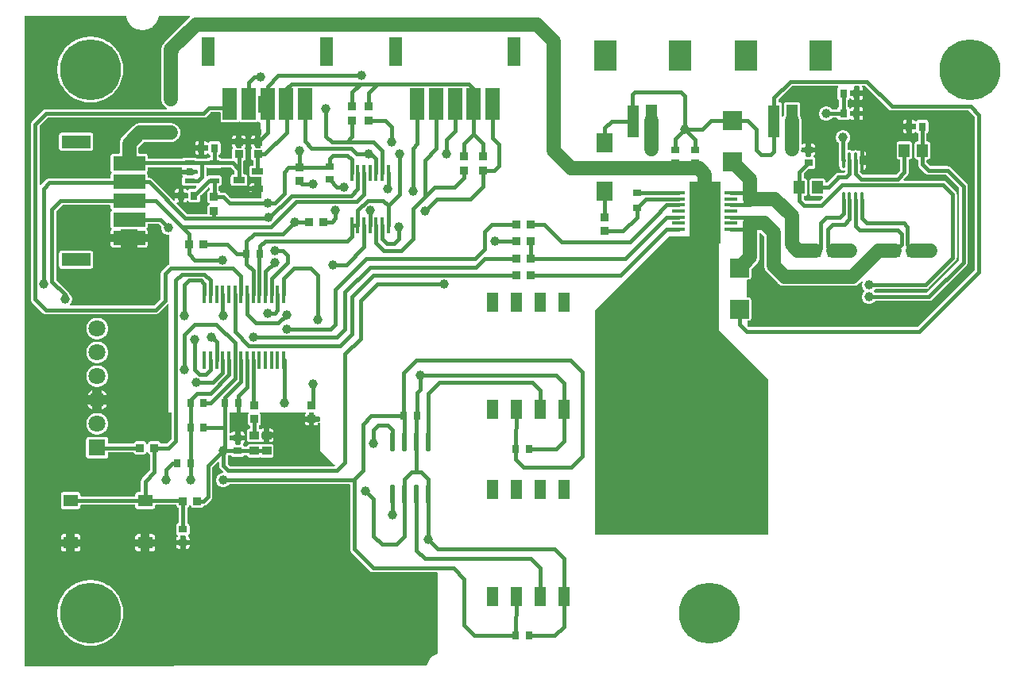
<source format=gtl>
G04 Layer: TopLayer*
G04 EasyEDA v6.5.46, 2024-09-04 15:22:54*
G04 7e3de0c28ba0407f9a50c99fc0ac79d7,79071ce94af74c669a867ceed4e6d4b3,10*
G04 Gerber Generator version 0.2*
G04 Scale: 100 percent, Rotated: No, Reflected: No *
G04 Dimensions in millimeters *
G04 leading zeros omitted , absolute positions ,4 integer and 5 decimal *
%FSLAX45Y45*%
%MOMM*%

%AMMACRO1*21,1,$1,$2,0,0,$3*%
%ADD10C,0.4000*%
%ADD11C,1.5000*%
%ADD12R,0.9500X0.8001*%
%ADD13R,0.8000X0.9000*%
%ADD14R,0.9401X0.8100*%
%ADD15R,1.1000X0.6000*%
%ADD16R,1.2500X0.7000*%
%ADD17R,0.9000X0.8000*%
%ADD18MACRO1,1.377X1.1325X90.0000*%
%ADD19MACRO1,1.377X1.1325X-90.0000*%
%ADD20MACRO1,1.62X2.0464X0.0000*%
%ADD21R,2.0000X2.0000*%
%ADD22MACRO1,0.864X0.8065X0.0000*%
%ADD23R,0.8640X0.8065*%
%ADD24MACRO1,0.864X0.8065X-90.0000*%
%ADD25MACRO1,0.864X0.8065X90.0000*%
%ADD26R,1.4999X3.4000*%
%ADD27R,1.4000X3.1001*%
%ADD28R,1.1999X3.4999*%
%ADD29MACRO1,3.2995X2.4003X-90.0000*%
%ADD30R,2.4000X3.3000*%
%ADD31R,1.1430X2.0320*%
%ADD32R,3.4000X1.4999*%
%ADD33R,3.1001X1.4000*%
%ADD34R,0.8000X0.8640*%
%ADD35R,1.5499X1.3000*%
%ADD36O,0.36400740000000004X1.6619982000000002*%
%ADD37R,1.4000X0.4000*%
%ADD38R,2.6500X4.0000*%
%ADD39R,0.4000X1.7000*%
%ADD40O,0.58801X2.0450048*%
%ADD41R,0.4500X1.8500*%
%ADD42R,1.0000X0.9000*%
%ADD43C,1.8000*%
%ADD44R,1.8000X1.8000*%
%ADD45C,6.5000*%
%ADD46C,1.0000*%
%ADD47C,0.0170*%

%LPD*%
G36*
X2412949Y5938672D02*
G01*
X2409088Y5939434D01*
X2405786Y5941618D01*
X2403551Y5944920D01*
X2402789Y5948832D01*
X2402789Y6111189D01*
X2403551Y6115100D01*
X2405786Y6118402D01*
X2409088Y6120587D01*
X2412949Y6121349D01*
X2420670Y6121349D01*
X2424582Y6120587D01*
X2427833Y6118402D01*
X2430068Y6115151D01*
X2430830Y6111240D01*
X2431796Y5948883D01*
X2431034Y5944971D01*
X2428849Y5941669D01*
X2425547Y5939434D01*
X2421636Y5938672D01*
G37*

%LPD*%
G36*
X2118715Y5024323D02*
G01*
X2114854Y5025085D01*
X2111552Y5027269D01*
X2062835Y5075936D01*
X2056028Y5081016D01*
X2048459Y5084775D01*
X2040280Y5087061D01*
X2033930Y5087772D01*
X2005685Y5087620D01*
X2002282Y5088178D01*
X1999284Y5089804D01*
X1996998Y5092344D01*
X1993798Y5097475D01*
X1989734Y5101539D01*
X1984044Y5105095D01*
X1981504Y5107381D01*
X1979879Y5110378D01*
X1979320Y5113731D01*
X1979320Y5147665D01*
X1979980Y5151272D01*
X1981911Y5154422D01*
X1984806Y5156657D01*
X1988312Y5157724D01*
X1994154Y5158384D01*
X1999640Y5160314D01*
X2004517Y5163413D01*
X2008632Y5167477D01*
X2011680Y5172405D01*
X2013610Y5177840D01*
X2014321Y5184190D01*
X2014321Y5243017D01*
X2013610Y5249367D01*
X2011680Y5254802D01*
X2008632Y5259730D01*
X2004517Y5263794D01*
X1999640Y5266893D01*
X1994154Y5268772D01*
X1987854Y5269484D01*
X1878990Y5269484D01*
X1872640Y5268772D01*
X1867204Y5266893D01*
X1864868Y5265420D01*
X1860854Y5263946D01*
X1856536Y5264302D01*
X1852777Y5266385D01*
X1850237Y5269839D01*
X1849323Y5274005D01*
X1849323Y5343144D01*
X1850237Y5347360D01*
X1852777Y5350814D01*
X1856536Y5352897D01*
X1860854Y5353202D01*
X1864868Y5351780D01*
X1867204Y5350306D01*
X1872640Y5348376D01*
X1878990Y5347665D01*
X1987804Y5347665D01*
X1994154Y5348376D01*
X1999589Y5350306D01*
X2008124Y5355894D01*
X2011984Y5356656D01*
X2105304Y5356656D01*
X2109165Y5355894D01*
X2112467Y5353710D01*
X2149805Y5316372D01*
X2152040Y5313070D01*
X2152802Y5309158D01*
X2152802Y5290769D01*
X2152040Y5286857D01*
X2149805Y5283606D01*
X2146503Y5281371D01*
X2142642Y5280609D01*
X2136800Y5280609D01*
X2130450Y5279898D01*
X2125014Y5277967D01*
X2120087Y5274919D01*
X2116023Y5270804D01*
X2112924Y5265928D01*
X2110994Y5260441D01*
X2110282Y5254142D01*
X2110282Y5185257D01*
X2110994Y5178958D01*
X2112924Y5173472D01*
X2116023Y5168595D01*
X2120087Y5164480D01*
X2125014Y5161432D01*
X2130450Y5159502D01*
X2136800Y5158790D01*
X2260650Y5158790D01*
X2266950Y5159502D01*
X2272436Y5161432D01*
X2277313Y5164480D01*
X2281428Y5168595D01*
X2284476Y5173472D01*
X2286406Y5178958D01*
X2287117Y5185257D01*
X2287117Y5254142D01*
X2286406Y5260441D01*
X2284476Y5265928D01*
X2281428Y5270804D01*
X2277313Y5274919D01*
X2272436Y5277967D01*
X2266950Y5279898D01*
X2260650Y5280609D01*
X2254758Y5280609D01*
X2250897Y5281371D01*
X2247595Y5283606D01*
X2245360Y5286857D01*
X2244598Y5290769D01*
X2244598Y5420868D01*
X2245461Y5424932D01*
X2247849Y5428284D01*
X2251405Y5430469D01*
X2255316Y5431790D01*
X2260193Y5434888D01*
X2264308Y5439003D01*
X2267407Y5443880D01*
X2269286Y5449366D01*
X2269998Y5455666D01*
X2269998Y5535523D01*
X2269286Y5541822D01*
X2267407Y5547309D01*
X2264308Y5552186D01*
X2261108Y5555437D01*
X2258923Y5558688D01*
X2258110Y5562600D01*
X2258923Y5566511D01*
X2261108Y5569762D01*
X2264308Y5573014D01*
X2267407Y5577890D01*
X2269286Y5583377D01*
X2269998Y5589676D01*
X2269998Y5602986D01*
X2226970Y5602986D01*
X2226970Y5572150D01*
X2226157Y5568289D01*
X2223973Y5564987D01*
X2220671Y5562752D01*
X2216810Y5561990D01*
X2177389Y5561990D01*
X2173528Y5562752D01*
X2170226Y5564987D01*
X2168042Y5568289D01*
X2167229Y5572150D01*
X2167229Y5602986D01*
X2124202Y5602986D01*
X2124202Y5589676D01*
X2124913Y5583377D01*
X2126792Y5577890D01*
X2129891Y5573014D01*
X2133092Y5569762D01*
X2135327Y5566511D01*
X2136089Y5562600D01*
X2135327Y5558688D01*
X2133092Y5555437D01*
X2129891Y5552186D01*
X2126792Y5547309D01*
X2124913Y5541822D01*
X2124202Y5535523D01*
X2124202Y5458663D01*
X2123440Y5454751D01*
X2121204Y5451449D01*
X2117902Y5449265D01*
X2114042Y5448503D01*
X2014016Y5448503D01*
X2010156Y5449265D01*
X2006854Y5451449D01*
X2004517Y5453786D01*
X1999589Y5456885D01*
X1994154Y5458764D01*
X1991817Y5459069D01*
X1988312Y5460136D01*
X1985416Y5462371D01*
X1983486Y5465521D01*
X1982825Y5469128D01*
X1982825Y5485384D01*
X1983384Y5488736D01*
X1985010Y5491734D01*
X1987550Y5493969D01*
X1992985Y5497372D01*
X1997100Y5501487D01*
X2000199Y5506364D01*
X2002078Y5511850D01*
X2002789Y5518150D01*
X2002789Y5607050D01*
X2002078Y5613349D01*
X2000199Y5618835D01*
X1997100Y5623712D01*
X1992985Y5627827D01*
X1988108Y5630875D01*
X1982622Y5632805D01*
X1976323Y5633516D01*
X1897481Y5633516D01*
X1891131Y5632805D01*
X1885696Y5630875D01*
X1880768Y5627827D01*
X1876704Y5623712D01*
X1875485Y5621832D01*
X1872691Y5618886D01*
X1868932Y5617260D01*
X1864868Y5617260D01*
X1861108Y5618886D01*
X1858314Y5621832D01*
X1857095Y5623712D01*
X1853031Y5627827D01*
X1848104Y5630875D01*
X1842668Y5632805D01*
X1836318Y5633516D01*
X1823262Y5633516D01*
X1823262Y5591454D01*
X1860804Y5591454D01*
X1864715Y5590692D01*
X1868017Y5588457D01*
X1870202Y5585155D01*
X1870964Y5581294D01*
X1870964Y5543905D01*
X1870202Y5540044D01*
X1868017Y5536742D01*
X1864715Y5534507D01*
X1860804Y5533745D01*
X1823262Y5533745D01*
X1823262Y5491683D01*
X1836318Y5491683D01*
X1842668Y5492394D01*
X1848104Y5494324D01*
X1853031Y5497372D01*
X1857095Y5501487D01*
X1858314Y5503367D01*
X1861108Y5506313D01*
X1864868Y5507939D01*
X1868932Y5507939D01*
X1872691Y5506313D01*
X1875485Y5503367D01*
X1876704Y5501487D01*
X1880768Y5497372D01*
X1886254Y5493969D01*
X1888794Y5491683D01*
X1890420Y5488736D01*
X1890979Y5485384D01*
X1890979Y5469636D01*
X1890217Y5465775D01*
X1888032Y5462473D01*
X1884730Y5460288D01*
X1880819Y5459476D01*
X1878990Y5459476D01*
X1872640Y5458764D01*
X1867204Y5456885D01*
X1862277Y5453786D01*
X1860956Y5452465D01*
X1857654Y5450281D01*
X1853793Y5449519D01*
X1753006Y5449519D01*
X1749145Y5450281D01*
X1745843Y5452465D01*
X1744522Y5453786D01*
X1739595Y5456885D01*
X1734159Y5458764D01*
X1727809Y5459476D01*
X1618996Y5459476D01*
X1612646Y5458764D01*
X1607210Y5456885D01*
X1602282Y5453786D01*
X1600962Y5452465D01*
X1597660Y5450281D01*
X1593799Y5449519D01*
X1233678Y5449519D01*
X1229766Y5450281D01*
X1226464Y5452465D01*
X1224280Y5455767D01*
X1223518Y5459679D01*
X1223518Y5474411D01*
X1222806Y5480761D01*
X1220876Y5486196D01*
X1217777Y5491124D01*
X1213713Y5495188D01*
X1208786Y5498287D01*
X1203350Y5500166D01*
X1197000Y5500878D01*
X1138732Y5500878D01*
X1134872Y5501690D01*
X1131570Y5503875D01*
X1129385Y5507177D01*
X1128572Y5511038D01*
X1128572Y5566359D01*
X1129385Y5570270D01*
X1131570Y5573572D01*
X1181811Y5623814D01*
X1185113Y5625998D01*
X1189024Y5626811D01*
X1472844Y5626811D01*
X1486357Y5627674D01*
X1499311Y5630265D01*
X1511808Y5634482D01*
X1523644Y5640324D01*
X1534617Y5647639D01*
X1544523Y5656376D01*
X1553260Y5666282D01*
X1560576Y5677255D01*
X1566418Y5689092D01*
X1570634Y5701588D01*
X1573225Y5714542D01*
X1574088Y5727700D01*
X1573225Y5740857D01*
X1570634Y5753811D01*
X1566418Y5766308D01*
X1560576Y5778144D01*
X1553260Y5789117D01*
X1544523Y5799023D01*
X1534617Y5807760D01*
X1523644Y5815076D01*
X1511808Y5820918D01*
X1499311Y5825134D01*
X1486357Y5827725D01*
X1472844Y5828588D01*
X1143355Y5828588D01*
X1129842Y5827725D01*
X1116888Y5825134D01*
X1104392Y5820918D01*
X1092555Y5815076D01*
X1081582Y5807760D01*
X1071422Y5798820D01*
X956564Y5683961D01*
X947623Y5673801D01*
X940308Y5662828D01*
X934466Y5650992D01*
X930249Y5638495D01*
X927658Y5625541D01*
X926795Y5612028D01*
X926795Y5511038D01*
X925982Y5507177D01*
X923798Y5503875D01*
X920496Y5501690D01*
X916635Y5500878D01*
X858164Y5500878D01*
X851814Y5500166D01*
X846378Y5498287D01*
X841451Y5495188D01*
X837387Y5491124D01*
X834288Y5486196D01*
X832408Y5480761D01*
X831697Y5474411D01*
X831697Y5325567D01*
X832408Y5319268D01*
X834288Y5313781D01*
X837387Y5308904D01*
X839114Y5307177D01*
X841298Y5303875D01*
X842060Y5300014D01*
X841298Y5296103D01*
X839114Y5292801D01*
X837387Y5291124D01*
X834288Y5286197D01*
X832408Y5280761D01*
X831697Y5274411D01*
X831697Y5250383D01*
X830884Y5246471D01*
X828700Y5243169D01*
X825398Y5240985D01*
X821537Y5240223D01*
X176022Y5240172D01*
X167284Y5238953D01*
X159258Y5236260D01*
X151892Y5232146D01*
X144983Y5226405D01*
X88646Y5170068D01*
X85344Y5167884D01*
X81483Y5167122D01*
X77571Y5167884D01*
X74269Y5170068D01*
X72085Y5173370D01*
X71323Y5177282D01*
X71323Y5793384D01*
X72085Y5797245D01*
X74269Y5800547D01*
X155752Y5882030D01*
X159054Y5884214D01*
X162915Y5884976D01*
X1817878Y5885027D01*
X1826615Y5886246D01*
X1834642Y5888939D01*
X1842007Y5893054D01*
X1848916Y5898794D01*
X1893112Y5942990D01*
X1896414Y5945225D01*
X1900326Y5945987D01*
X1990852Y5945987D01*
X1994712Y5945225D01*
X1998014Y5942990D01*
X2000250Y5939688D01*
X2001012Y5935827D01*
X2001012Y5860592D01*
X2001723Y5854242D01*
X2003602Y5848807D01*
X2006701Y5843879D01*
X2010816Y5839815D01*
X2015693Y5836716D01*
X2021179Y5834837D01*
X2027478Y5834075D01*
X2176322Y5834075D01*
X2182622Y5834837D01*
X2188108Y5836716D01*
X2192985Y5839815D01*
X2194712Y5841492D01*
X2198014Y5843727D01*
X2201926Y5844489D01*
X2205786Y5843727D01*
X2209088Y5841492D01*
X2210816Y5839815D01*
X2215692Y5836716D01*
X2221179Y5834837D01*
X2227478Y5834075D01*
X2376322Y5834075D01*
X2382621Y5834837D01*
X2388108Y5836716D01*
X2392984Y5839815D01*
X2394712Y5841492D01*
X2398014Y5843727D01*
X2401925Y5844489D01*
X2405786Y5843727D01*
X2409088Y5841492D01*
X2410815Y5839815D01*
X2415692Y5836716D01*
X2421178Y5834837D01*
X2423515Y5834532D01*
X2427020Y5833465D01*
X2429967Y5831230D01*
X2431846Y5828131D01*
X2432558Y5824524D01*
X2433269Y5706211D01*
X2432456Y5702249D01*
X2430170Y5698896D01*
X2430170Y5653684D01*
X2432659Y5650280D01*
X2433574Y5646115D01*
X2433777Y5613247D01*
X2432862Y5608878D01*
X2430170Y5605373D01*
X2430170Y5572150D01*
X2429357Y5568289D01*
X2427173Y5564987D01*
X2423871Y5562752D01*
X2420010Y5561990D01*
X2380589Y5561990D01*
X2376728Y5562752D01*
X2373426Y5564987D01*
X2371242Y5568289D01*
X2370429Y5572150D01*
X2370429Y5602986D01*
X2327402Y5602986D01*
X2327402Y5589676D01*
X2328113Y5583377D01*
X2329992Y5577890D01*
X2333091Y5573014D01*
X2336292Y5569762D01*
X2338527Y5566511D01*
X2339289Y5562600D01*
X2338527Y5558688D01*
X2336292Y5555437D01*
X2333091Y5552186D01*
X2329992Y5547309D01*
X2328113Y5541822D01*
X2327402Y5535523D01*
X2327402Y5455666D01*
X2328113Y5449366D01*
X2329992Y5443880D01*
X2333091Y5439003D01*
X2337206Y5434888D01*
X2342083Y5431790D01*
X2345994Y5430469D01*
X2349550Y5428284D01*
X2351938Y5424932D01*
X2352802Y5420868D01*
X2352802Y5385765D01*
X2352040Y5381904D01*
X2349804Y5378602D01*
X2346502Y5376367D01*
X2342642Y5375605D01*
X2336749Y5375605D01*
X2330450Y5374894D01*
X2324963Y5372963D01*
X2320086Y5369915D01*
X2315972Y5365800D01*
X2312924Y5360924D01*
X2310993Y5355437D01*
X2310282Y5349138D01*
X2310282Y5280253D01*
X2310993Y5273954D01*
X2312924Y5268468D01*
X2315972Y5263591D01*
X2320086Y5259476D01*
X2324963Y5256428D01*
X2330450Y5254498D01*
X2336749Y5253786D01*
X2425801Y5253786D01*
X2429662Y5253024D01*
X2432964Y5250840D01*
X2435199Y5247538D01*
X2435961Y5243677D01*
X2436317Y5189118D01*
X2436317Y5140858D01*
X2436571Y5138470D01*
X2436774Y5111089D01*
X2436317Y5107990D01*
X2436317Y5057597D01*
X2437079Y5053685D01*
X2437231Y5034534D01*
X2436469Y5030622D01*
X2434234Y5027320D01*
X2430932Y5025085D01*
X2427071Y5024323D01*
G37*

%LPC*%
G36*
X2336749Y5063794D02*
G01*
X2361082Y5063794D01*
X2361082Y5100828D01*
X2310282Y5100828D01*
X2310282Y5090261D01*
X2310993Y5083962D01*
X2312924Y5078476D01*
X2315972Y5073599D01*
X2320086Y5069484D01*
X2324963Y5066436D01*
X2330450Y5064506D01*
G37*
G36*
X2310282Y5148529D02*
G01*
X2361082Y5148529D01*
X2361082Y5185613D01*
X2336749Y5185613D01*
X2330450Y5184902D01*
X2324963Y5182971D01*
X2320086Y5179923D01*
X2315972Y5175808D01*
X2312924Y5170932D01*
X2310993Y5165445D01*
X2310282Y5159146D01*
G37*
G36*
X1757476Y5491683D02*
G01*
X1770583Y5491683D01*
X1770583Y5533745D01*
X1731010Y5533745D01*
X1731010Y5518150D01*
X1731721Y5511850D01*
X1733600Y5506364D01*
X1736699Y5501487D01*
X1740814Y5497372D01*
X1745691Y5494324D01*
X1751177Y5492394D01*
G37*
G36*
X308152Y5534101D02*
G01*
X617016Y5534101D01*
X623366Y5534812D01*
X628802Y5536692D01*
X633730Y5539790D01*
X637794Y5543905D01*
X640892Y5548782D01*
X642772Y5554218D01*
X643483Y5560568D01*
X643483Y5699404D01*
X642772Y5705754D01*
X640892Y5711190D01*
X637794Y5716117D01*
X633730Y5720181D01*
X628802Y5723280D01*
X623366Y5725210D01*
X617016Y5725922D01*
X308152Y5725922D01*
X301853Y5725210D01*
X296367Y5723280D01*
X291490Y5720181D01*
X287375Y5716117D01*
X284327Y5711190D01*
X282397Y5705754D01*
X281686Y5699404D01*
X281686Y5560568D01*
X282397Y5554218D01*
X284327Y5548782D01*
X287375Y5543905D01*
X291490Y5539790D01*
X296367Y5536692D01*
X301853Y5534812D01*
G37*
G36*
X1731010Y5591454D02*
G01*
X1770583Y5591454D01*
X1770583Y5633516D01*
X1757476Y5633516D01*
X1751177Y5632805D01*
X1745691Y5630875D01*
X1740814Y5627827D01*
X1736699Y5623712D01*
X1733600Y5618835D01*
X1731721Y5613349D01*
X1731010Y5607050D01*
G37*
G36*
X2124202Y5656224D02*
G01*
X2167229Y5656224D01*
X2167229Y5696000D01*
X2150668Y5696000D01*
X2144369Y5695289D01*
X2138883Y5693410D01*
X2134006Y5690311D01*
X2129891Y5686196D01*
X2126792Y5681319D01*
X2124913Y5675833D01*
X2124202Y5669534D01*
G37*
G36*
X2327402Y5656224D02*
G01*
X2370429Y5656224D01*
X2370429Y5696000D01*
X2353868Y5696000D01*
X2347569Y5695289D01*
X2342083Y5693410D01*
X2337206Y5690311D01*
X2333091Y5686196D01*
X2329992Y5681319D01*
X2328113Y5675833D01*
X2327402Y5669534D01*
G37*
G36*
X2226970Y5656224D02*
G01*
X2269998Y5656224D01*
X2269998Y5669534D01*
X2269286Y5675833D01*
X2267407Y5681319D01*
X2264308Y5686196D01*
X2260193Y5690311D01*
X2255316Y5693410D01*
X2249830Y5695289D01*
X2243531Y5696000D01*
X2226970Y5696000D01*
G37*

%LPD*%
G36*
X1648815Y4859223D02*
G01*
X1644954Y4859985D01*
X1641652Y4862169D01*
X1537462Y4966360D01*
X1535277Y4969662D01*
X1534515Y4973523D01*
X1535277Y4977434D01*
X1537462Y4980736D01*
X1540764Y4982921D01*
X1544675Y4983683D01*
X1554683Y4983683D01*
X1554683Y5025745D01*
X1515110Y5025745D01*
X1515110Y5013248D01*
X1514348Y5009337D01*
X1512112Y5006086D01*
X1508810Y5003850D01*
X1504950Y5003088D01*
X1501038Y5003850D01*
X1497736Y5006086D01*
X1270203Y5233568D01*
X1263142Y5238902D01*
X1255572Y5242661D01*
X1247343Y5244998D01*
X1240993Y5245760D01*
X1233576Y5245811D01*
X1229715Y5246573D01*
X1226464Y5248808D01*
X1224280Y5252110D01*
X1223518Y5255971D01*
X1223518Y5274411D01*
X1222806Y5280761D01*
X1220876Y5286197D01*
X1217777Y5291124D01*
X1216101Y5292801D01*
X1213866Y5296103D01*
X1213104Y5300014D01*
X1213866Y5303875D01*
X1216101Y5307177D01*
X1217777Y5308904D01*
X1220876Y5313781D01*
X1222806Y5319268D01*
X1223518Y5325567D01*
X1223518Y5347512D01*
X1224280Y5351424D01*
X1226464Y5354726D01*
X1229766Y5356910D01*
X1233678Y5357672D01*
X1583537Y5357672D01*
X1587296Y5356961D01*
X1590548Y5354929D01*
X1592783Y5351830D01*
X1593697Y5348122D01*
X1592478Y5338013D01*
X1592478Y5329936D01*
X1639570Y5329936D01*
X1639570Y5337505D01*
X1640332Y5341416D01*
X1642516Y5344718D01*
X1645818Y5346903D01*
X1649730Y5347665D01*
X1697075Y5347665D01*
X1700987Y5346903D01*
X1704289Y5344718D01*
X1706473Y5341416D01*
X1707235Y5337505D01*
X1707235Y5329936D01*
X1747316Y5329936D01*
X1751228Y5329174D01*
X1754530Y5326989D01*
X1756714Y5323687D01*
X1757476Y5319776D01*
X1757476Y5297424D01*
X1756714Y5293512D01*
X1754530Y5290210D01*
X1751228Y5288026D01*
X1747316Y5287264D01*
X1707235Y5287264D01*
X1707235Y5279644D01*
X1706473Y5275783D01*
X1704289Y5272481D01*
X1700987Y5270296D01*
X1697075Y5269484D01*
X1649730Y5269484D01*
X1645818Y5270296D01*
X1642516Y5272481D01*
X1640332Y5275783D01*
X1639570Y5279644D01*
X1639570Y5287264D01*
X1592478Y5287264D01*
X1592478Y5279186D01*
X1593189Y5272836D01*
X1595120Y5267401D01*
X1597050Y5262981D01*
X1597050Y5259222D01*
X1595120Y5254802D01*
X1593189Y5249367D01*
X1592478Y5243017D01*
X1592478Y5184190D01*
X1593189Y5177840D01*
X1595120Y5172405D01*
X1598218Y5167477D01*
X1602282Y5163413D01*
X1607210Y5160314D01*
X1612646Y5158384D01*
X1618996Y5157673D01*
X1727809Y5157673D01*
X1734312Y5158435D01*
X1738426Y5158028D01*
X1742033Y5155996D01*
X1744573Y5152745D01*
X1745589Y5148681D01*
X1744878Y5144617D01*
X1742592Y5141112D01*
X1729943Y5128463D01*
X1726641Y5126278D01*
X1722780Y5125516D01*
X1681581Y5125516D01*
X1675231Y5124805D01*
X1669796Y5122875D01*
X1664868Y5119827D01*
X1660804Y5115712D01*
X1659585Y5113832D01*
X1656791Y5110886D01*
X1653032Y5109260D01*
X1648968Y5109260D01*
X1645208Y5110886D01*
X1642414Y5113832D01*
X1641195Y5115712D01*
X1637131Y5119827D01*
X1632204Y5122875D01*
X1626768Y5124805D01*
X1620418Y5125516D01*
X1607362Y5125516D01*
X1607362Y5083454D01*
X1644904Y5083454D01*
X1648815Y5082692D01*
X1652117Y5080457D01*
X1654302Y5077155D01*
X1655064Y5073294D01*
X1655064Y5035905D01*
X1654302Y5032044D01*
X1652117Y5028742D01*
X1648815Y5026507D01*
X1644904Y5025745D01*
X1607362Y5025745D01*
X1607362Y4983683D01*
X1620418Y4983683D01*
X1626768Y4984394D01*
X1632204Y4986324D01*
X1637131Y4989372D01*
X1641195Y4993487D01*
X1642414Y4995367D01*
X1645208Y4998313D01*
X1648968Y4999939D01*
X1653032Y4999939D01*
X1656791Y4998313D01*
X1659585Y4995367D01*
X1660804Y4993487D01*
X1664868Y4989372D01*
X1669796Y4986324D01*
X1675231Y4984394D01*
X1681581Y4983683D01*
X1760423Y4983683D01*
X1766722Y4984394D01*
X1772208Y4986324D01*
X1777085Y4989372D01*
X1781200Y4993487D01*
X1784299Y4998364D01*
X1786178Y5003850D01*
X1786889Y5010150D01*
X1786889Y5051348D01*
X1787652Y5055260D01*
X1789887Y5058562D01*
X1870151Y5138826D01*
X1873453Y5141010D01*
X1877314Y5141772D01*
X1881225Y5141010D01*
X1884527Y5138826D01*
X1886712Y5135524D01*
X1887474Y5131612D01*
X1887474Y5115864D01*
X1886661Y5111800D01*
X1884222Y5108397D01*
X1880666Y5106263D01*
X1875993Y5104638D01*
X1871065Y5101539D01*
X1867001Y5097475D01*
X1863902Y5092547D01*
X1862023Y5087112D01*
X1861312Y5080762D01*
X1861312Y5001260D01*
X1862023Y4994960D01*
X1863902Y4989474D01*
X1867001Y4984597D01*
X1871065Y4980482D01*
X1875993Y4977434D01*
X1882038Y4975301D01*
X1885594Y4973167D01*
X1888032Y4969764D01*
X1888845Y4965700D01*
X1888032Y4961636D01*
X1885594Y4958232D01*
X1882038Y4956098D01*
X1875993Y4953965D01*
X1871065Y4950917D01*
X1867001Y4946802D01*
X1863902Y4941925D01*
X1862023Y4936439D01*
X1861312Y4930140D01*
X1861312Y4869383D01*
X1860499Y4865471D01*
X1858314Y4862169D01*
X1855012Y4859985D01*
X1851152Y4859223D01*
G37*

%LPC*%
G36*
X1515110Y5083454D02*
G01*
X1554683Y5083454D01*
X1554683Y5125516D01*
X1541576Y5125516D01*
X1535277Y5124805D01*
X1529791Y5122875D01*
X1524914Y5119827D01*
X1520799Y5115712D01*
X1517700Y5110835D01*
X1515821Y5105349D01*
X1515110Y5099050D01*
G37*

%LPD*%
G36*
X406095Y3881323D02*
G01*
X402386Y3882034D01*
X399135Y3884066D01*
X396900Y3887114D01*
X395986Y3890822D01*
X396443Y3894582D01*
X398272Y3897934D01*
X404977Y3906062D01*
X410921Y3916019D01*
X415239Y3926789D01*
X417880Y3938117D01*
X418795Y3949700D01*
X417880Y3961282D01*
X415239Y3972610D01*
X410921Y3983380D01*
X404977Y3993337D01*
X397560Y4002328D01*
X389432Y4009542D01*
X387756Y4011523D01*
X386588Y4013911D01*
X384860Y4019042D01*
X380746Y4026408D01*
X375005Y4033316D01*
X252069Y4156252D01*
X249885Y4159554D01*
X249123Y4163415D01*
X249123Y4884064D01*
X249885Y4887925D01*
X252069Y4891227D01*
X311962Y4951120D01*
X315264Y4953304D01*
X319125Y4954066D01*
X821537Y4954066D01*
X825398Y4953304D01*
X828700Y4951120D01*
X830884Y4947818D01*
X831697Y4943906D01*
X831697Y4925568D01*
X832408Y4919268D01*
X834288Y4913782D01*
X837387Y4908905D01*
X839114Y4907178D01*
X841298Y4903876D01*
X842060Y4900015D01*
X841298Y4896104D01*
X839114Y4892802D01*
X837387Y4891125D01*
X834288Y4886198D01*
X832408Y4880762D01*
X831697Y4874412D01*
X831697Y4725568D01*
X832408Y4719269D01*
X834288Y4713782D01*
X837387Y4708906D01*
X839114Y4707178D01*
X841298Y4703876D01*
X842060Y4700016D01*
X841298Y4696104D01*
X839114Y4692802D01*
X837387Y4691126D01*
X834288Y4686198D01*
X832408Y4680762D01*
X831697Y4674412D01*
X831697Y4643831D01*
X936244Y4643831D01*
X936244Y4688941D01*
X937006Y4692802D01*
X939190Y4696104D01*
X942492Y4698339D01*
X946403Y4699101D01*
X1108760Y4699101D01*
X1112672Y4698339D01*
X1115974Y4696104D01*
X1118158Y4692802D01*
X1118920Y4688941D01*
X1118920Y4643831D01*
X1223518Y4643831D01*
X1223518Y4674412D01*
X1222806Y4680762D01*
X1220876Y4686198D01*
X1217777Y4691126D01*
X1216101Y4692802D01*
X1213866Y4696104D01*
X1213104Y4700016D01*
X1213866Y4703876D01*
X1216101Y4707178D01*
X1217777Y4708906D01*
X1220876Y4713782D01*
X1222806Y4719269D01*
X1223518Y4725568D01*
X1223518Y4743907D01*
X1224280Y4747818D01*
X1226464Y4751120D01*
X1229766Y4753305D01*
X1233678Y4754067D01*
X1336294Y4754067D01*
X1340154Y4753305D01*
X1343456Y4751120D01*
X1369161Y4725416D01*
X1371346Y4722114D01*
X1372158Y4718202D01*
X1372158Y4705908D01*
X1373936Y4694428D01*
X1377442Y4683353D01*
X1382572Y4672939D01*
X1389278Y4663440D01*
X1397304Y4655058D01*
X1406550Y4647996D01*
X1416761Y4642459D01*
X1427683Y4638548D01*
X1439113Y4636312D01*
X1448358Y4635957D01*
X1452118Y4635093D01*
X1455318Y4632807D01*
X1457401Y4629556D01*
X1458112Y4625695D01*
X1454658Y4327753D01*
X1453997Y4324197D01*
X1452118Y4321149D01*
X1448003Y4318203D01*
X1440992Y4312615D01*
X1375867Y4249724D01*
X1372209Y4245203D01*
X1370736Y4242968D01*
X1367993Y4237888D01*
X1366977Y4235399D01*
X1365199Y4229862D01*
X1364589Y4227271D01*
X1363878Y4221530D01*
X1363776Y3960215D01*
X1363014Y3956354D01*
X1360830Y3953052D01*
X1292047Y3884269D01*
X1288745Y3882085D01*
X1284884Y3881323D01*
G37*

%LPC*%
G36*
X308152Y4274108D02*
G01*
X617016Y4274108D01*
X623366Y4274820D01*
X628802Y4276699D01*
X633730Y4279798D01*
X637794Y4283913D01*
X640892Y4288790D01*
X642772Y4294225D01*
X643483Y4300575D01*
X643483Y4439412D01*
X642772Y4445762D01*
X640892Y4451197D01*
X637794Y4456125D01*
X633730Y4460189D01*
X628802Y4463288D01*
X623366Y4465218D01*
X617016Y4465929D01*
X308152Y4465929D01*
X301853Y4465218D01*
X296367Y4463288D01*
X291490Y4460189D01*
X287375Y4456125D01*
X284327Y4451197D01*
X282397Y4445762D01*
X281686Y4439412D01*
X281686Y4300575D01*
X282397Y4294225D01*
X284327Y4288790D01*
X287375Y4283913D01*
X291490Y4279798D01*
X296367Y4276699D01*
X301853Y4274820D01*
G37*
G36*
X1118920Y4499102D02*
G01*
X1197000Y4499102D01*
X1203350Y4499813D01*
X1208786Y4501743D01*
X1213713Y4504791D01*
X1217777Y4508906D01*
X1220876Y4513783D01*
X1222806Y4519269D01*
X1223518Y4525568D01*
X1223518Y4556150D01*
X1118920Y4556150D01*
G37*
G36*
X858164Y4499102D02*
G01*
X936244Y4499102D01*
X936244Y4556150D01*
X831697Y4556150D01*
X831697Y4525568D01*
X832408Y4519269D01*
X834288Y4513783D01*
X837387Y4508906D01*
X841451Y4504791D01*
X846378Y4501743D01*
X851814Y4499813D01*
G37*

%LPD*%
G36*
X7630515Y3652723D02*
G01*
X7626654Y3653485D01*
X7623352Y3655669D01*
X7619796Y3659276D01*
X7617612Y3662426D01*
X7616799Y3666236D01*
X7615885Y3707688D01*
X7616596Y3711651D01*
X7618780Y3715054D01*
X7622133Y3717290D01*
X7626045Y3718102D01*
X7630515Y3718102D01*
X7636865Y3718814D01*
X7642301Y3720693D01*
X7647228Y3723792D01*
X7651292Y3727856D01*
X7654391Y3732784D01*
X7656271Y3738219D01*
X7657033Y3744569D01*
X7657033Y3943400D01*
X7656271Y3949750D01*
X7654391Y3955186D01*
X7651292Y3960114D01*
X7647228Y3964178D01*
X7642301Y3967276D01*
X7636865Y3969207D01*
X7630515Y3969918D01*
X7620203Y3969918D01*
X7616342Y3970629D01*
X7613091Y3972814D01*
X7610856Y3976014D01*
X7610043Y3979824D01*
X7606385Y4147718D01*
X7607096Y4151680D01*
X7609281Y4155033D01*
X7612634Y4157319D01*
X7616545Y4158081D01*
X7630515Y4158081D01*
X7636865Y4158792D01*
X7642301Y4160723D01*
X7647228Y4163822D01*
X7651292Y4167886D01*
X7654391Y4172813D01*
X7656271Y4178249D01*
X7657033Y4184599D01*
X7657033Y4262983D01*
X7657795Y4266895D01*
X7659979Y4270146D01*
X7716520Y4326686D01*
X7725460Y4336897D01*
X7732775Y4347870D01*
X7738618Y4359706D01*
X7742834Y4372152D01*
X7745425Y4385106D01*
X7746288Y4398619D01*
X7746288Y4646777D01*
X7747101Y4650638D01*
X7749286Y4653940D01*
X7752588Y4656124D01*
X7756448Y4656937D01*
X7760360Y4656124D01*
X7763662Y4653940D01*
X7795514Y4622088D01*
X7797698Y4618786D01*
X7798511Y4614875D01*
X7798511Y4305655D01*
X7799374Y4292142D01*
X7801965Y4279188D01*
X7806181Y4266692D01*
X7812024Y4254855D01*
X7819339Y4243882D01*
X7828280Y4233722D01*
X7942122Y4119879D01*
X7952282Y4110939D01*
X7963255Y4103624D01*
X7975092Y4097782D01*
X7987588Y4093565D01*
X8000542Y4090974D01*
X8014055Y4090111D01*
X8737244Y4090111D01*
X8750757Y4090974D01*
X8763711Y4093565D01*
X8776208Y4097782D01*
X8788044Y4103624D01*
X8799017Y4110939D01*
X8809177Y4119879D01*
X8827312Y4137964D01*
X8831072Y4140352D01*
X8835491Y4140911D01*
X8839758Y4139488D01*
X8842959Y4136390D01*
X8844534Y4132173D01*
X8844178Y4127754D01*
X8841536Y4119372D01*
X8839758Y4107891D01*
X8839758Y4096308D01*
X8841536Y4084828D01*
X8845042Y4073753D01*
X8850172Y4063339D01*
X8856878Y4053840D01*
X8864752Y4045661D01*
X8866835Y4042410D01*
X8867546Y4038600D01*
X8866835Y4034790D01*
X8864752Y4031538D01*
X8856878Y4023360D01*
X8850172Y4013860D01*
X8845042Y4003446D01*
X8841536Y3992372D01*
X8839758Y3980891D01*
X8839758Y3969308D01*
X8841536Y3957828D01*
X8845042Y3946753D01*
X8850172Y3936339D01*
X8856878Y3926840D01*
X8864904Y3918458D01*
X8874150Y3911396D01*
X8884361Y3905859D01*
X8895283Y3901948D01*
X8906713Y3899712D01*
X8918295Y3899255D01*
X8929827Y3900627D01*
X8941054Y3903675D01*
X8951671Y3908450D01*
X8961374Y3914749D01*
X8970060Y3922471D01*
X8972550Y3925519D01*
X8976055Y3928211D01*
X8980373Y3929176D01*
X9552178Y3929227D01*
X9560915Y3930446D01*
X9568942Y3933139D01*
X9576308Y3937254D01*
X9583216Y3942994D01*
X9952380Y4312208D01*
X9957714Y4319270D01*
X9961473Y4326839D01*
X9963759Y4334967D01*
X9964623Y4343857D01*
X9964572Y5157978D01*
X9963353Y5166715D01*
X9960660Y5174742D01*
X9956546Y5182108D01*
X9950805Y5189016D01*
X9783267Y5356504D01*
X9776206Y5361838D01*
X9768636Y5365597D01*
X9760508Y5367934D01*
X9751618Y5368747D01*
X9572091Y5368747D01*
X9568230Y5369509D01*
X9564928Y5371693D01*
X9530689Y5405932D01*
X9528505Y5409234D01*
X9527743Y5413095D01*
X9527743Y5432298D01*
X9528403Y5435904D01*
X9530334Y5439105D01*
X9533280Y5441340D01*
X9536836Y5442407D01*
X9544354Y5443169D01*
X9549790Y5445048D01*
X9554667Y5448147D01*
X9558782Y5452211D01*
X9561830Y5457139D01*
X9563760Y5462574D01*
X9564471Y5468924D01*
X9564471Y5605475D01*
X9563760Y5611825D01*
X9561830Y5617260D01*
X9558782Y5622188D01*
X9554667Y5626252D01*
X9549790Y5629351D01*
X9544354Y5631230D01*
X9536480Y5631992D01*
X9532924Y5633059D01*
X9529927Y5635294D01*
X9527997Y5638444D01*
X9527286Y5642102D01*
X9527032Y5714187D01*
X9527590Y5717540D01*
X9529216Y5720537D01*
X9531756Y5722823D01*
X9536785Y5725972D01*
X9540900Y5730087D01*
X9543999Y5734964D01*
X9545878Y5740450D01*
X9546590Y5746750D01*
X9546590Y5835650D01*
X9545878Y5841949D01*
X9543999Y5847435D01*
X9540900Y5852312D01*
X9536785Y5856427D01*
X9531908Y5859475D01*
X9526422Y5861405D01*
X9520123Y5862116D01*
X9441281Y5862116D01*
X9434931Y5861405D01*
X9429496Y5859475D01*
X9424568Y5856427D01*
X9420504Y5852312D01*
X9419285Y5850432D01*
X9416491Y5847486D01*
X9412732Y5845860D01*
X9408668Y5845860D01*
X9404908Y5847486D01*
X9402114Y5850432D01*
X9400895Y5852312D01*
X9396831Y5856427D01*
X9391904Y5859475D01*
X9386468Y5861405D01*
X9380118Y5862116D01*
X9367062Y5862116D01*
X9367062Y5820054D01*
X9404604Y5820054D01*
X9408515Y5819292D01*
X9411817Y5817057D01*
X9414002Y5813755D01*
X9414764Y5809894D01*
X9414764Y5772505D01*
X9414002Y5768644D01*
X9411817Y5765342D01*
X9408515Y5763107D01*
X9404604Y5762345D01*
X9367062Y5762345D01*
X9367062Y5720283D01*
X9380118Y5720283D01*
X9386468Y5720994D01*
X9391904Y5722924D01*
X9396831Y5725972D01*
X9400895Y5730087D01*
X9402114Y5731967D01*
X9404908Y5734913D01*
X9408668Y5736539D01*
X9412732Y5736539D01*
X9416491Y5734913D01*
X9419285Y5731967D01*
X9420504Y5730087D01*
X9424568Y5725972D01*
X9430461Y5722315D01*
X9432950Y5720029D01*
X9434626Y5717082D01*
X9435185Y5713730D01*
X9435490Y5642152D01*
X9434830Y5638546D01*
X9432899Y5635345D01*
X9430004Y5633110D01*
X9426448Y5632043D01*
X9419539Y5631230D01*
X9414103Y5629351D01*
X9409176Y5626252D01*
X9405112Y5622188D01*
X9402013Y5617260D01*
X9400082Y5611825D01*
X9399371Y5605475D01*
X9399371Y5468924D01*
X9400082Y5462574D01*
X9402013Y5457139D01*
X9405112Y5452211D01*
X9409176Y5448147D01*
X9414103Y5445048D01*
X9419539Y5443169D01*
X9426803Y5442407D01*
X9430359Y5441340D01*
X9433306Y5439054D01*
X9435236Y5435904D01*
X9435896Y5432298D01*
X9435947Y5388102D01*
X9437166Y5379364D01*
X9439859Y5371338D01*
X9443974Y5363972D01*
X9449663Y5357063D01*
X9517684Y5289143D01*
X9524746Y5283809D01*
X9532315Y5280050D01*
X9540443Y5277764D01*
X9549333Y5276900D01*
X9728860Y5276900D01*
X9732721Y5276138D01*
X9736023Y5273954D01*
X9869830Y5140147D01*
X9872014Y5136845D01*
X9872776Y5132984D01*
X9872776Y4366615D01*
X9872014Y4362754D01*
X9869830Y4359452D01*
X9534347Y4023969D01*
X9531045Y4021785D01*
X9527184Y4021023D01*
X8980373Y4021023D01*
X8976055Y4021988D01*
X8972550Y4024680D01*
X8970060Y4027728D01*
X8966352Y4031030D01*
X8963863Y4034434D01*
X8962948Y4038600D01*
X8963863Y4042765D01*
X8966352Y4046169D01*
X8970060Y4049471D01*
X8972550Y4052519D01*
X8976055Y4055211D01*
X8980373Y4056176D01*
X9514078Y4056227D01*
X9522815Y4057446D01*
X9530842Y4060139D01*
X9538208Y4064254D01*
X9545116Y4069994D01*
X9838080Y4363008D01*
X9843414Y4370070D01*
X9847173Y4377639D01*
X9849459Y4385767D01*
X9850323Y4394657D01*
X9850272Y5069078D01*
X9849053Y5077815D01*
X9846360Y5085842D01*
X9842246Y5093208D01*
X9836505Y5100116D01*
X9733991Y5202580D01*
X9726930Y5207914D01*
X9719360Y5211673D01*
X9711232Y5213959D01*
X9702342Y5214823D01*
X9292082Y5214823D01*
X9288170Y5215585D01*
X9284868Y5217769D01*
X9282684Y5221071D01*
X9281922Y5224983D01*
X9282684Y5228844D01*
X9284868Y5232146D01*
X9322460Y5269788D01*
X9327794Y5276850D01*
X9331553Y5284419D01*
X9333839Y5292547D01*
X9334703Y5301437D01*
X9334703Y5432298D01*
X9335363Y5435904D01*
X9337294Y5439054D01*
X9340240Y5441340D01*
X9343745Y5442407D01*
X9351060Y5443169D01*
X9356496Y5445048D01*
X9361424Y5448147D01*
X9365488Y5452211D01*
X9368586Y5457139D01*
X9370517Y5462574D01*
X9371228Y5468924D01*
X9371228Y5605475D01*
X9370517Y5611825D01*
X9368586Y5617260D01*
X9365488Y5622188D01*
X9361424Y5626252D01*
X9356496Y5629351D01*
X9351060Y5631230D01*
X9344710Y5631942D01*
X9232595Y5631942D01*
X9226296Y5631230D01*
X9220809Y5629351D01*
X9215932Y5626252D01*
X9211818Y5622188D01*
X9208770Y5617260D01*
X9206839Y5611825D01*
X9206128Y5605475D01*
X9206128Y5468924D01*
X9206839Y5462574D01*
X9208770Y5457139D01*
X9211818Y5452211D01*
X9215932Y5448147D01*
X9220809Y5445048D01*
X9226245Y5443169D01*
X9233763Y5442407D01*
X9237319Y5441340D01*
X9240266Y5439105D01*
X9242196Y5435904D01*
X9242856Y5432298D01*
X9242856Y5324195D01*
X9242094Y5320334D01*
X9239910Y5317032D01*
X9204147Y5281269D01*
X9200845Y5279085D01*
X9196984Y5278323D01*
X8849715Y5278323D01*
X8845854Y5279085D01*
X8842552Y5281269D01*
X8818981Y5304840D01*
X8816797Y5308142D01*
X8816035Y5312003D01*
X8816035Y5314594D01*
X8817000Y5318912D01*
X8819642Y5322366D01*
X8819642Y5387289D01*
X8816949Y5390743D01*
X8816035Y5395061D01*
X8816035Y5432348D01*
X8815171Y5441238D01*
X8814206Y5446115D01*
X8814206Y5470550D01*
X8814866Y5474157D01*
X8816746Y5477256D01*
X8819642Y5479542D01*
X8819642Y5538774D01*
X8815476Y5537149D01*
X8807958Y5532475D01*
X8804452Y5531154D01*
X8800744Y5531154D01*
X8797239Y5532475D01*
X8789720Y5537149D01*
X8782151Y5540095D01*
X8774176Y5541568D01*
X8766048Y5541568D01*
X8758021Y5540095D01*
X8750452Y5537149D01*
X8742934Y5532475D01*
X8739479Y5531154D01*
X8735720Y5531154D01*
X8732266Y5532475D01*
X8724747Y5537149D01*
X8717178Y5540095D01*
X8709152Y5541568D01*
X8701024Y5541568D01*
X8693912Y5540248D01*
X8689492Y5540400D01*
X8685580Y5542432D01*
X8682888Y5545937D01*
X8681923Y5550255D01*
X8681923Y5611926D01*
X8682786Y5616092D01*
X8685326Y5619496D01*
X8690660Y5624271D01*
X8698077Y5633262D01*
X8704021Y5643219D01*
X8708339Y5653989D01*
X8710980Y5665317D01*
X8711895Y5676900D01*
X8710980Y5688482D01*
X8708339Y5699810D01*
X8704021Y5710580D01*
X8698077Y5720537D01*
X8690660Y5729528D01*
X8681974Y5737250D01*
X8672271Y5743549D01*
X8661654Y5748324D01*
X8650427Y5751372D01*
X8638895Y5752744D01*
X8627313Y5752287D01*
X8615883Y5750052D01*
X8604961Y5746140D01*
X8594750Y5740603D01*
X8585504Y5733542D01*
X8577478Y5725160D01*
X8570772Y5715660D01*
X8565642Y5705246D01*
X8562136Y5694172D01*
X8560358Y5682691D01*
X8560358Y5671108D01*
X8562136Y5659628D01*
X8565642Y5648553D01*
X8570772Y5638139D01*
X8577478Y5628640D01*
X8588248Y5617565D01*
X8589619Y5614822D01*
X8590076Y5611723D01*
X8590127Y5435142D01*
X8591346Y5426252D01*
X8593226Y5420360D01*
X8595004Y5416651D01*
X8595969Y5412232D01*
X8595969Y5368391D01*
X8596782Y5359806D01*
X8599017Y5351983D01*
X8602624Y5344718D01*
X8607552Y5338216D01*
X8613546Y5332730D01*
X8620455Y5328462D01*
X8628024Y5325516D01*
X8636050Y5324043D01*
X8644178Y5324043D01*
X8647176Y5324602D01*
X8651595Y5324449D01*
X8655558Y5322417D01*
X8658250Y5318912D01*
X8659215Y5314594D01*
X8659215Y5312054D01*
X8658453Y5308142D01*
X8656218Y5304840D01*
X8651849Y5300472D01*
X8648547Y5298287D01*
X8644686Y5297474D01*
X8585454Y5297474D01*
X8580983Y5297271D01*
X8576767Y5296712D01*
X8572652Y5295747D01*
X8568639Y5294376D01*
X8564727Y5292648D01*
X8561019Y5290616D01*
X8557564Y5288229D01*
X8554262Y5285486D01*
X8551265Y5282488D01*
X8548674Y5279390D01*
X8545372Y5274157D01*
X8543950Y5272430D01*
X8464194Y5192674D01*
X8460892Y5190439D01*
X8457031Y5189677D01*
X8453120Y5190439D01*
X8449818Y5192674D01*
X8447633Y5195925D01*
X8446871Y5199837D01*
X8446871Y5211775D01*
X8446160Y5218125D01*
X8444230Y5223560D01*
X8441182Y5228488D01*
X8437067Y5232552D01*
X8432190Y5235651D01*
X8426704Y5237530D01*
X8420404Y5238242D01*
X8308289Y5238242D01*
X8301939Y5237530D01*
X8296503Y5235651D01*
X8291575Y5232552D01*
X8287512Y5228488D01*
X8284413Y5223560D01*
X8282482Y5218125D01*
X8281771Y5211775D01*
X8281771Y5075224D01*
X8282482Y5068874D01*
X8284413Y5063439D01*
X8287512Y5058511D01*
X8291575Y5054447D01*
X8296503Y5051348D01*
X8301939Y5049469D01*
X8308289Y5048758D01*
X8413699Y5048758D01*
X8417560Y5047945D01*
X8420862Y5045760D01*
X8423097Y5042458D01*
X8423859Y5038598D01*
X8423097Y5034686D01*
X8420862Y5031384D01*
X8391347Y5001869D01*
X8388045Y4999685D01*
X8384184Y4998923D01*
X8240115Y4998923D01*
X8236254Y4999685D01*
X8232952Y5001869D01*
X8220049Y5014772D01*
X8217865Y5018074D01*
X8217103Y5021935D01*
X8217103Y5038598D01*
X8217763Y5042204D01*
X8219694Y5045354D01*
X8222640Y5047640D01*
X8226145Y5048707D01*
X8233460Y5049469D01*
X8238896Y5051348D01*
X8243824Y5054447D01*
X8247888Y5058511D01*
X8250986Y5063439D01*
X8252917Y5068874D01*
X8253628Y5075224D01*
X8253628Y5211775D01*
X8252917Y5218125D01*
X8250986Y5223560D01*
X8247888Y5228488D01*
X8243824Y5232552D01*
X8238896Y5235651D01*
X8233460Y5237530D01*
X8226094Y5238292D01*
X8222538Y5239359D01*
X8219592Y5241645D01*
X8217662Y5244795D01*
X8217001Y5248402D01*
X8217001Y5283860D01*
X8217763Y5287721D01*
X8219948Y5291023D01*
X8263737Y5334812D01*
X8267039Y5337048D01*
X8270951Y5337810D01*
X8312150Y5337810D01*
X8318449Y5338521D01*
X8323935Y5340400D01*
X8328812Y5343499D01*
X8332927Y5347614D01*
X8335975Y5352491D01*
X8337905Y5357977D01*
X8338616Y5364276D01*
X8338616Y5443118D01*
X8337905Y5449468D01*
X8335975Y5454904D01*
X8332927Y5459831D01*
X8328812Y5463895D01*
X8326932Y5465114D01*
X8323986Y5467908D01*
X8322360Y5471668D01*
X8322360Y5475732D01*
X8323986Y5479491D01*
X8326932Y5482285D01*
X8328812Y5483504D01*
X8332927Y5487568D01*
X8335975Y5492496D01*
X8337905Y5497931D01*
X8338616Y5504281D01*
X8338616Y5517337D01*
X8296554Y5517337D01*
X8296554Y5479796D01*
X8295792Y5475884D01*
X8293557Y5472582D01*
X8290255Y5470398D01*
X8286394Y5469636D01*
X8249005Y5469636D01*
X8245144Y5470398D01*
X8241842Y5472582D01*
X8239607Y5475884D01*
X8238845Y5479796D01*
X8238845Y5517337D01*
X8198459Y5517337D01*
X8194090Y5518302D01*
X8190585Y5521045D01*
X8188604Y5525008D01*
X8188502Y5529478D01*
X8189925Y5536742D01*
X8190788Y5550255D01*
X8190788Y5559856D01*
X8191601Y5563768D01*
X8193786Y5567070D01*
X8197088Y5569254D01*
X8200948Y5570016D01*
X8238845Y5570016D01*
X8238845Y5609590D01*
X8223250Y5609590D01*
X8216950Y5608878D01*
X8211464Y5606999D01*
X8206384Y5603748D01*
X8202320Y5602274D01*
X8198053Y5602630D01*
X8194294Y5604713D01*
X8191703Y5608167D01*
X8190788Y5612384D01*
X8190788Y5830620D01*
X8190992Y5832602D01*
X8192363Y5839307D01*
X8193227Y5852515D01*
X8192363Y5865672D01*
X8189772Y5878626D01*
X8185505Y5891072D01*
X8179257Y5903722D01*
X8178190Y5908243D01*
X8178190Y6026912D01*
X8177479Y6033211D01*
X8175599Y6038697D01*
X8172500Y6043574D01*
X8168386Y6047689D01*
X8163509Y6050788D01*
X8158073Y6052667D01*
X8151723Y6053378D01*
X8032902Y6053378D01*
X8026552Y6052667D01*
X8021116Y6050788D01*
X8016189Y6047689D01*
X8012125Y6043574D01*
X8009026Y6038697D01*
X8007096Y6033211D01*
X8006384Y6026912D01*
X8006384Y5909411D01*
X8005978Y5906465D01*
X8003590Y5902096D01*
X8000492Y5899150D01*
X7996478Y5897676D01*
X7992211Y5898032D01*
X7988452Y5900115D01*
X7985912Y5903569D01*
X7984998Y5907735D01*
X7984998Y6024422D01*
X7984286Y6030722D01*
X7982356Y6036208D01*
X7979308Y6041085D01*
X7975193Y6045200D01*
X7970316Y6048298D01*
X7964830Y6050178D01*
X7958531Y6050889D01*
X7955229Y6050889D01*
X7951317Y6051651D01*
X7948015Y6053886D01*
X7945831Y6057188D01*
X7945069Y6061049D01*
X7945069Y6077356D01*
X7945831Y6081217D01*
X7948015Y6084519D01*
X8088426Y6224930D01*
X8091728Y6227114D01*
X8095589Y6227876D01*
X8577478Y6227876D01*
X8581339Y6227114D01*
X8584641Y6224930D01*
X8586825Y6221628D01*
X8587638Y6217716D01*
X8586825Y6213856D01*
X8584641Y6210554D01*
X8581999Y6207912D01*
X8578900Y6203035D01*
X8577021Y6197549D01*
X8576310Y6191250D01*
X8576310Y6102350D01*
X8577021Y6096050D01*
X8578900Y6090564D01*
X8581999Y6085687D01*
X8586114Y6081572D01*
X8591550Y6078169D01*
X8594090Y6075883D01*
X8595715Y6072936D01*
X8596274Y6069584D01*
X8596274Y6008116D01*
X8595715Y6004763D01*
X8594090Y6001816D01*
X8591550Y5999530D01*
X8586114Y5996127D01*
X8581999Y5992012D01*
X8578900Y5987135D01*
X8577681Y5983630D01*
X8575548Y5980074D01*
X8572195Y5977636D01*
X8568131Y5976823D01*
X8523173Y5976823D01*
X8518855Y5977788D01*
X8515350Y5980480D01*
X8512860Y5983528D01*
X8504174Y5991250D01*
X8494471Y5997549D01*
X8483854Y6002324D01*
X8472627Y6005372D01*
X8461095Y6006744D01*
X8449513Y6006287D01*
X8438083Y6004052D01*
X8427161Y6000140D01*
X8416950Y5994603D01*
X8407704Y5987542D01*
X8399678Y5979160D01*
X8392972Y5969660D01*
X8387842Y5959246D01*
X8384336Y5948172D01*
X8382558Y5936691D01*
X8382558Y5925108D01*
X8384336Y5913628D01*
X8387842Y5902553D01*
X8392972Y5892139D01*
X8399678Y5882640D01*
X8407704Y5874258D01*
X8416950Y5867196D01*
X8427161Y5861659D01*
X8438083Y5857748D01*
X8449513Y5855512D01*
X8461095Y5855055D01*
X8472627Y5856427D01*
X8483854Y5859475D01*
X8494471Y5864250D01*
X8504174Y5870549D01*
X8512860Y5878271D01*
X8515350Y5881319D01*
X8518855Y5884011D01*
X8523173Y5884976D01*
X8568131Y5884976D01*
X8572195Y5884164D01*
X8575548Y5881725D01*
X8577681Y5878169D01*
X8578900Y5874664D01*
X8581999Y5869787D01*
X8586114Y5865672D01*
X8590991Y5862624D01*
X8596477Y5860694D01*
X8602776Y5859983D01*
X8681618Y5859983D01*
X8687968Y5860694D01*
X8693404Y5862624D01*
X8698331Y5865672D01*
X8702395Y5869787D01*
X8703614Y5871667D01*
X8706408Y5874613D01*
X8710168Y5876239D01*
X8714232Y5876239D01*
X8717991Y5874613D01*
X8720785Y5871667D01*
X8722004Y5869787D01*
X8726068Y5865672D01*
X8730996Y5862624D01*
X8736431Y5860694D01*
X8742781Y5859983D01*
X8755837Y5859983D01*
X8755837Y5902045D01*
X8718296Y5902045D01*
X8714384Y5902807D01*
X8711082Y5905042D01*
X8708898Y5908344D01*
X8708136Y5912205D01*
X8708136Y5949594D01*
X8708898Y5953455D01*
X8711082Y5956757D01*
X8714384Y5958992D01*
X8718296Y5959754D01*
X8755837Y5959754D01*
X8755837Y6001816D01*
X8742781Y6001816D01*
X8736431Y6001105D01*
X8730996Y5999175D01*
X8726068Y5996127D01*
X8722004Y5992012D01*
X8720785Y5990132D01*
X8717991Y5987186D01*
X8714232Y5985560D01*
X8710168Y5985560D01*
X8706408Y5987186D01*
X8703614Y5990132D01*
X8702395Y5992012D01*
X8698331Y5996127D01*
X8692845Y5999530D01*
X8690305Y6001816D01*
X8688679Y6004763D01*
X8688120Y6008116D01*
X8688120Y6069584D01*
X8688679Y6072936D01*
X8690305Y6075883D01*
X8692845Y6078169D01*
X8698331Y6081572D01*
X8702395Y6085687D01*
X8703614Y6087567D01*
X8706408Y6090513D01*
X8710168Y6092139D01*
X8714232Y6092139D01*
X8717991Y6090513D01*
X8720785Y6087567D01*
X8722004Y6085687D01*
X8726068Y6081572D01*
X8730996Y6078524D01*
X8736431Y6076594D01*
X8742781Y6075883D01*
X8755837Y6075883D01*
X8755837Y6117945D01*
X8718296Y6117945D01*
X8714384Y6118707D01*
X8711082Y6120942D01*
X8708898Y6124244D01*
X8708136Y6128105D01*
X8708136Y6165494D01*
X8708898Y6169355D01*
X8711082Y6172657D01*
X8714384Y6174892D01*
X8718296Y6175654D01*
X8755837Y6175654D01*
X8755837Y6217716D01*
X8756599Y6221628D01*
X8758834Y6224930D01*
X8762136Y6227114D01*
X8765997Y6227876D01*
X8798356Y6227876D01*
X8802268Y6227114D01*
X8805570Y6224930D01*
X8807754Y6221628D01*
X8808516Y6217716D01*
X8808516Y6175654D01*
X8848090Y6175654D01*
X8848090Y6191250D01*
X8847378Y6197549D01*
X8845499Y6203035D01*
X8842400Y6207912D01*
X8839758Y6210554D01*
X8837574Y6213856D01*
X8836761Y6217716D01*
X8837574Y6221628D01*
X8839758Y6224930D01*
X8843060Y6227114D01*
X8846921Y6227876D01*
X8866784Y6227876D01*
X8870645Y6227114D01*
X8873947Y6224930D01*
X9125508Y5973419D01*
X9132570Y5968085D01*
X9140139Y5964326D01*
X9148267Y5962040D01*
X9157157Y5961176D01*
X9971684Y5961176D01*
X9975545Y5960414D01*
X9978847Y5958230D01*
X10034930Y5902147D01*
X10037114Y5898845D01*
X10037876Y5894984D01*
X10037876Y4265015D01*
X10037114Y4261154D01*
X10034930Y4257852D01*
X9432747Y3655669D01*
X9429445Y3653485D01*
X9425584Y3652723D01*
G37*

%LPC*%
G36*
X8850528Y5326837D02*
G01*
X8854744Y5328462D01*
X8861653Y5332730D01*
X8867648Y5338216D01*
X8872575Y5344718D01*
X8876182Y5351983D01*
X8878417Y5359806D01*
X8879230Y5368391D01*
X8879230Y5384901D01*
X8850528Y5384901D01*
G37*
G36*
X8850528Y5480710D02*
G01*
X8879230Y5480710D01*
X8879230Y5497220D01*
X8878417Y5505805D01*
X8876182Y5513628D01*
X8872575Y5520893D01*
X8867648Y5527395D01*
X8861653Y5532882D01*
X8854744Y5537149D01*
X8850528Y5538774D01*
G37*
G36*
X8296554Y5570016D02*
G01*
X8338616Y5570016D01*
X8338616Y5583123D01*
X8337905Y5589422D01*
X8335975Y5594908D01*
X8332927Y5599785D01*
X8328812Y5603900D01*
X8323935Y5606999D01*
X8318449Y5608878D01*
X8312150Y5609590D01*
X8296554Y5609590D01*
G37*
G36*
X9301276Y5720283D02*
G01*
X9314383Y5720283D01*
X9314383Y5762345D01*
X9274810Y5762345D01*
X9274810Y5746750D01*
X9275521Y5740450D01*
X9277400Y5734964D01*
X9280499Y5730087D01*
X9284614Y5725972D01*
X9289491Y5722924D01*
X9294977Y5720994D01*
G37*
G36*
X9274810Y5820054D02*
G01*
X9314383Y5820054D01*
X9314383Y5862116D01*
X9301276Y5862116D01*
X9294977Y5861405D01*
X9289491Y5859475D01*
X9284614Y5856427D01*
X9280499Y5852312D01*
X9277400Y5847435D01*
X9275521Y5841949D01*
X9274810Y5835650D01*
G37*
G36*
X8808516Y5859983D02*
G01*
X8821623Y5859983D01*
X8827922Y5860694D01*
X8833408Y5862624D01*
X8838285Y5865672D01*
X8842400Y5869787D01*
X8845499Y5874664D01*
X8847378Y5880150D01*
X8848090Y5886450D01*
X8848090Y5902045D01*
X8808516Y5902045D01*
G37*
G36*
X8808516Y5959754D02*
G01*
X8848090Y5959754D01*
X8848090Y5975350D01*
X8847378Y5981649D01*
X8845499Y5987135D01*
X8842400Y5992012D01*
X8838285Y5996127D01*
X8833408Y5999175D01*
X8827922Y6001105D01*
X8821623Y6001816D01*
X8808516Y6001816D01*
G37*
G36*
X8808516Y6075883D02*
G01*
X8821623Y6075883D01*
X8827922Y6076594D01*
X8833408Y6078524D01*
X8838285Y6081572D01*
X8842400Y6085687D01*
X8845499Y6090564D01*
X8847378Y6096050D01*
X8848090Y6102350D01*
X8848090Y6117945D01*
X8808516Y6117945D01*
G37*

%LPD*%
G36*
X2106015Y2166823D02*
G01*
X2102154Y2167585D01*
X2098852Y2169769D01*
X2080869Y2187752D01*
X2078685Y2191054D01*
X2077923Y2194915D01*
X2077923Y2271826D01*
X2078786Y2275992D01*
X2081326Y2279396D01*
X2084019Y2281834D01*
X2087168Y2283714D01*
X2090775Y2284374D01*
X2107184Y2284374D01*
X2110536Y2283815D01*
X2113534Y2282190D01*
X2115769Y2279650D01*
X2119172Y2274214D01*
X2123287Y2270099D01*
X2128164Y2267000D01*
X2133650Y2265121D01*
X2139950Y2264410D01*
X2228850Y2264410D01*
X2235149Y2265121D01*
X2240635Y2267000D01*
X2245512Y2270099D01*
X2249627Y2274214D01*
X2253132Y2279853D01*
X2255418Y2282393D01*
X2258415Y2284018D01*
X2261768Y2284577D01*
X2275078Y2284577D01*
X2279142Y2283764D01*
X2282494Y2281326D01*
X2284628Y2277770D01*
X2285847Y2274265D01*
X2288946Y2269388D01*
X2293061Y2265273D01*
X2297938Y2262225D01*
X2303424Y2260295D01*
X2309723Y2259584D01*
X2408580Y2259584D01*
X2414930Y2260295D01*
X2421432Y2262581D01*
X2426614Y2263140D01*
X2429967Y2262581D01*
X2436520Y2260295D01*
X2442819Y2259584D01*
X2541676Y2259584D01*
X2548026Y2260295D01*
X2553462Y2262225D01*
X2558338Y2265273D01*
X2562453Y2269388D01*
X2565552Y2274265D01*
X2567432Y2279751D01*
X2568143Y2286050D01*
X2568143Y2374950D01*
X2567432Y2381250D01*
X2565552Y2386736D01*
X2562453Y2391613D01*
X2558338Y2395728D01*
X2553462Y2398776D01*
X2548026Y2400706D01*
X2541676Y2401417D01*
X2442819Y2401417D01*
X2436520Y2400706D01*
X2429967Y2398420D01*
X2424785Y2397861D01*
X2421432Y2398420D01*
X2414930Y2400706D01*
X2408580Y2401417D01*
X2309723Y2401417D01*
X2303424Y2400706D01*
X2297938Y2398776D01*
X2293061Y2395728D01*
X2288946Y2391613D01*
X2285847Y2386736D01*
X2284628Y2383231D01*
X2282494Y2379675D01*
X2279142Y2377236D01*
X2275078Y2376424D01*
X2261514Y2376424D01*
X2258161Y2376982D01*
X2255164Y2378608D01*
X2252929Y2381148D01*
X2249627Y2386431D01*
X2245512Y2390495D01*
X2243632Y2391714D01*
X2240686Y2394508D01*
X2239060Y2398268D01*
X2239060Y2402332D01*
X2240686Y2406091D01*
X2243632Y2408885D01*
X2245512Y2410104D01*
X2249627Y2414168D01*
X2252675Y2419096D01*
X2254605Y2424531D01*
X2255316Y2430881D01*
X2255316Y2443937D01*
X2213254Y2443937D01*
X2213254Y2406396D01*
X2212492Y2402484D01*
X2210257Y2399182D01*
X2206955Y2396998D01*
X2203094Y2396236D01*
X2165705Y2396236D01*
X2161844Y2396998D01*
X2158542Y2399182D01*
X2156307Y2402484D01*
X2155545Y2406396D01*
X2155545Y2443937D01*
X2106980Y2443937D01*
X2103069Y2444699D01*
X2099767Y2446934D01*
X2097582Y2450236D01*
X2096820Y2454097D01*
X2096820Y2486456D01*
X2097582Y2490368D01*
X2099767Y2493670D01*
X2103069Y2495854D01*
X2106980Y2496616D01*
X2155545Y2496616D01*
X2155545Y2536190D01*
X2139950Y2536190D01*
X2133650Y2535478D01*
X2128164Y2533599D01*
X2123287Y2530500D01*
X2119172Y2526385D01*
X2115566Y2520645D01*
X2112518Y2517546D01*
X2108504Y2515971D01*
X2104136Y2516276D01*
X2100326Y2518359D01*
X2097735Y2521813D01*
X2096820Y2526030D01*
X2096820Y2733040D01*
X2097582Y2736951D01*
X2099767Y2740202D01*
X2103069Y2742438D01*
X2106980Y2743200D01*
X2293162Y2743200D01*
X2297023Y2742438D01*
X2300325Y2740202D01*
X2302560Y2736951D01*
X2303322Y2733040D01*
X2302560Y2729128D01*
X2300325Y2725877D01*
X2298801Y2724302D01*
X2295702Y2719425D01*
X2293823Y2713939D01*
X2293112Y2707640D01*
X2293112Y2628138D01*
X2293823Y2621788D01*
X2295702Y2616352D01*
X2298801Y2611424D01*
X2302865Y2607360D01*
X2307793Y2604262D01*
X2309469Y2603652D01*
X2313025Y2601518D01*
X2315464Y2598166D01*
X2316276Y2594102D01*
X2316276Y2576220D01*
X2315616Y2572613D01*
X2313686Y2569464D01*
X2310790Y2567178D01*
X2307285Y2566111D01*
X2303424Y2565704D01*
X2297938Y2563774D01*
X2293061Y2560726D01*
X2288946Y2556611D01*
X2285898Y2551734D01*
X2283968Y2546248D01*
X2283256Y2539949D01*
X2283256Y2451049D01*
X2283968Y2444750D01*
X2285898Y2439263D01*
X2288946Y2434386D01*
X2293061Y2430272D01*
X2297938Y2427224D01*
X2303424Y2425293D01*
X2309723Y2424582D01*
X2408580Y2424582D01*
X2414930Y2425293D01*
X2421432Y2427579D01*
X2426614Y2428138D01*
X2429967Y2427579D01*
X2436520Y2425293D01*
X2442819Y2424582D01*
X2460904Y2424582D01*
X2460904Y2466644D01*
X2445207Y2466644D01*
X2441346Y2467406D01*
X2438044Y2469642D01*
X2435860Y2472944D01*
X2435047Y2476804D01*
X2435047Y2514193D01*
X2435860Y2518054D01*
X2438044Y2521356D01*
X2441346Y2523591D01*
X2445207Y2524353D01*
X2460904Y2524353D01*
X2460904Y2566416D01*
X2442819Y2566416D01*
X2436520Y2565704D01*
X2429967Y2563418D01*
X2424836Y2562860D01*
X2421432Y2563418D01*
X2414930Y2565704D01*
X2411374Y2567838D01*
X2408936Y2571242D01*
X2408123Y2575306D01*
X2408123Y2594102D01*
X2408936Y2598166D01*
X2411374Y2601518D01*
X2414930Y2603652D01*
X2416606Y2604262D01*
X2421534Y2607360D01*
X2425598Y2611424D01*
X2428697Y2616352D01*
X2430576Y2621788D01*
X2431288Y2628138D01*
X2431288Y2707640D01*
X2430576Y2713939D01*
X2428697Y2719425D01*
X2425598Y2724302D01*
X2424074Y2725877D01*
X2421839Y2729128D01*
X2421077Y2733040D01*
X2421839Y2736951D01*
X2424074Y2740202D01*
X2427376Y2742438D01*
X2431237Y2743200D01*
X2902762Y2743200D01*
X2906623Y2742438D01*
X2909925Y2740202D01*
X2912160Y2736951D01*
X2912922Y2733040D01*
X2912160Y2729128D01*
X2909925Y2725877D01*
X2908401Y2724302D01*
X2905302Y2719425D01*
X2903423Y2713939D01*
X2902712Y2707640D01*
X2902712Y2694381D01*
X2943860Y2694381D01*
X2943860Y2733040D01*
X2944622Y2736951D01*
X2946806Y2740202D01*
X2950108Y2742438D01*
X2954020Y2743200D01*
X2989580Y2743200D01*
X2993491Y2742438D01*
X2996793Y2740202D01*
X2998978Y2736951D01*
X2999740Y2733040D01*
X2999740Y2694381D01*
X3050540Y2694381D01*
X3054451Y2693619D01*
X3057702Y2691434D01*
X3059938Y2688132D01*
X3060700Y2684221D01*
X3060700Y2651506D01*
X3059938Y2647645D01*
X3057702Y2644343D01*
X3054451Y2642158D01*
X3050540Y2641346D01*
X2999740Y2641346D01*
X2999740Y2601620D01*
X3014421Y2601620D01*
X3020771Y2602331D01*
X3026206Y2604262D01*
X3031134Y2607360D01*
X3035198Y2611424D01*
X3038297Y2616352D01*
X3040176Y2621788D01*
X3040430Y2624023D01*
X3041853Y2628138D01*
X3044850Y2631287D01*
X3048914Y2632913D01*
X3053283Y2632659D01*
X3057144Y2630576D01*
X3059785Y2627122D01*
X3060700Y2622854D01*
X3060700Y2325268D01*
X3061462Y2323439D01*
X3219450Y2184603D01*
X3221888Y2181352D01*
X3222904Y2177389D01*
X3222244Y2173376D01*
X3220059Y2169922D01*
X3216706Y2167636D01*
X3212744Y2166823D01*
G37*

%LPC*%
G36*
X2523591Y2424582D02*
G01*
X2541676Y2424582D01*
X2548026Y2425293D01*
X2553462Y2427224D01*
X2558338Y2430272D01*
X2562453Y2434386D01*
X2565552Y2439263D01*
X2567432Y2444750D01*
X2568143Y2451049D01*
X2568143Y2466644D01*
X2523591Y2466644D01*
G37*
G36*
X2213254Y2496616D02*
G01*
X2255316Y2496616D01*
X2255316Y2509723D01*
X2254605Y2516022D01*
X2252675Y2521508D01*
X2249627Y2526385D01*
X2245512Y2530500D01*
X2240635Y2533599D01*
X2235149Y2535478D01*
X2228850Y2536190D01*
X2213254Y2536190D01*
G37*
G36*
X2523591Y2524353D02*
G01*
X2568143Y2524353D01*
X2568143Y2539949D01*
X2567432Y2546248D01*
X2565552Y2551734D01*
X2562453Y2556611D01*
X2558338Y2560726D01*
X2553462Y2563774D01*
X2548026Y2565704D01*
X2541676Y2566416D01*
X2523591Y2566416D01*
G37*
G36*
X2929178Y2601620D02*
G01*
X2943860Y2601620D01*
X2943860Y2641346D01*
X2902712Y2641346D01*
X2902712Y2628138D01*
X2903423Y2621788D01*
X2905302Y2616352D01*
X2908401Y2611424D01*
X2912465Y2607360D01*
X2917393Y2604262D01*
X2922828Y2602331D01*
G37*

%LPD*%
G36*
X6004560Y1435100D02*
G01*
X6000648Y1435862D01*
X5997397Y1438097D01*
X5995162Y1441348D01*
X5994400Y1445260D01*
X5994400Y3831183D01*
X5995162Y3835095D01*
X5997397Y3838397D01*
X6778802Y4619802D01*
X6782104Y4622038D01*
X6786016Y4622800D01*
X7305040Y4622800D01*
X7308951Y4622038D01*
X7312202Y4619802D01*
X7314438Y4616551D01*
X7315200Y4612640D01*
X7315200Y3620515D01*
X7315911Y3618788D01*
X7832902Y3101797D01*
X7835138Y3098495D01*
X7835900Y3094583D01*
X7835900Y1445260D01*
X7835138Y1441348D01*
X7832902Y1438097D01*
X7829651Y1435862D01*
X7825740Y1435100D01*
G37*

%LPD*%
G36*
X-78232Y25908D02*
G01*
X-82143Y26670D01*
X-85394Y28905D01*
X-87630Y32156D01*
X-88392Y36068D01*
X-88595Y6963918D01*
X-87782Y6967829D01*
X-85598Y6971080D01*
X-82296Y6973316D01*
X-78435Y6974078D01*
X985418Y6974078D01*
X988923Y6973468D01*
X992022Y6971690D01*
X994257Y6968947D01*
X995476Y6965645D01*
X997305Y6955739D01*
X1002944Y6936841D01*
X1009243Y6921703D01*
X1010666Y6918706D01*
X1018590Y6904329D01*
X1020368Y6901535D01*
X1029868Y6888175D01*
X1031951Y6885533D01*
X1045210Y6870953D01*
X1057452Y6860031D01*
X1060043Y6858000D01*
X1073404Y6848500D01*
X1076248Y6846722D01*
X1090574Y6838797D01*
X1093571Y6837324D01*
X1108760Y6831075D01*
X1111910Y6829958D01*
X1127658Y6825437D01*
X1130909Y6824675D01*
X1147064Y6821931D01*
X1150366Y6821576D01*
X1166723Y6820662D01*
X1170076Y6820662D01*
X1186434Y6821576D01*
X1189736Y6821931D01*
X1205890Y6824675D01*
X1209141Y6825437D01*
X1224889Y6829958D01*
X1228039Y6831075D01*
X1243177Y6837324D01*
X1256690Y6844588D01*
X1259382Y6845604D01*
X1262278Y6845808D01*
X1268730Y6845401D01*
X1270355Y6846265D01*
X1272794Y6852970D01*
X1274114Y6855459D01*
X1276045Y6857492D01*
X1279347Y6860082D01*
X1291539Y6870953D01*
X1293926Y6873341D01*
X1304848Y6885533D01*
X1306931Y6888175D01*
X1316431Y6901535D01*
X1318158Y6904329D01*
X1326134Y6918706D01*
X1327556Y6921703D01*
X1333855Y6936841D01*
X1339494Y6955739D01*
X1341323Y6965645D01*
X1342542Y6968947D01*
X1344828Y6971690D01*
X1347876Y6973468D01*
X1351381Y6974078D01*
X1663649Y6974078D01*
X1667611Y6973265D01*
X1670964Y6970979D01*
X1673148Y6967524D01*
X1673809Y6963511D01*
X1672793Y6959549D01*
X1670354Y6956298D01*
X1668322Y6954520D01*
X1402080Y6688277D01*
X1393139Y6678117D01*
X1385824Y6667144D01*
X1379982Y6655308D01*
X1375765Y6642811D01*
X1373174Y6629857D01*
X1372311Y6616344D01*
X1372311Y6083655D01*
X1373174Y6070142D01*
X1375765Y6057188D01*
X1379982Y6044692D01*
X1385824Y6032855D01*
X1393139Y6021882D01*
X1401876Y6011976D01*
X1411782Y6003290D01*
X1423568Y5995416D01*
X1426565Y5992368D01*
X1428038Y5988304D01*
X1427683Y5984036D01*
X1425600Y5980277D01*
X1422146Y5977737D01*
X1417980Y5976823D01*
X137922Y5976772D01*
X129184Y5975553D01*
X121158Y5972860D01*
X113792Y5968746D01*
X106883Y5963005D01*
X-8280Y5847791D01*
X-13614Y5840730D01*
X-17373Y5833160D01*
X-19659Y5825032D01*
X-20523Y5816142D01*
X-20472Y3947922D01*
X-19253Y3939184D01*
X-16560Y3931158D01*
X-12446Y3923792D01*
X-6705Y3916883D01*
X108508Y3801719D01*
X115570Y3796385D01*
X123139Y3792626D01*
X131267Y3790340D01*
X140157Y3789476D01*
X1309878Y3789527D01*
X1318615Y3790746D01*
X1326642Y3793439D01*
X1334008Y3797554D01*
X1340916Y3803294D01*
X1432255Y3894582D01*
X1435557Y3896817D01*
X1439468Y3897579D01*
X1443380Y3896766D01*
X1446631Y3894531D01*
X1448816Y3891229D01*
X1449578Y3887317D01*
X1447800Y3733850D01*
X1447800Y2744216D01*
X1448816Y2743200D01*
X1467916Y2743200D01*
X1471828Y2742438D01*
X1475130Y2740202D01*
X1477314Y2736951D01*
X1478076Y2733040D01*
X1478076Y2461615D01*
X1477314Y2457754D01*
X1475130Y2454452D01*
X1431747Y2411069D01*
X1428445Y2408885D01*
X1424584Y2408123D01*
X1368298Y2408123D01*
X1364234Y2408936D01*
X1360881Y2411374D01*
X1358747Y2414930D01*
X1358138Y2416606D01*
X1355039Y2421534D01*
X1350975Y2425598D01*
X1346047Y2428697D01*
X1340612Y2430576D01*
X1334262Y2431288D01*
X1254760Y2431288D01*
X1248460Y2430576D01*
X1242974Y2428697D01*
X1238097Y2425598D01*
X1233982Y2421534D01*
X1230934Y2416606D01*
X1228801Y2410561D01*
X1226667Y2407005D01*
X1223264Y2404567D01*
X1219200Y2403754D01*
X1215136Y2404567D01*
X1211732Y2407005D01*
X1209598Y2410561D01*
X1207465Y2416606D01*
X1204417Y2421534D01*
X1200302Y2425598D01*
X1195425Y2428697D01*
X1189939Y2430576D01*
X1183640Y2431288D01*
X1104138Y2431288D01*
X1097788Y2430576D01*
X1092352Y2428697D01*
X1087424Y2425598D01*
X1083360Y2421534D01*
X1080262Y2416606D01*
X1079652Y2414930D01*
X1077518Y2411374D01*
X1074166Y2408936D01*
X1070102Y2408123D01*
X811885Y2408123D01*
X807974Y2408885D01*
X804672Y2411069D01*
X802487Y2414371D01*
X801725Y2418283D01*
X801725Y2454452D01*
X801014Y2460752D01*
X799084Y2466238D01*
X795985Y2471115D01*
X791921Y2475230D01*
X786993Y2478278D01*
X781558Y2480208D01*
X775208Y2480919D01*
X596392Y2480919D01*
X590042Y2480208D01*
X584606Y2478278D01*
X579678Y2475230D01*
X575614Y2471115D01*
X572516Y2466238D01*
X570585Y2460752D01*
X569874Y2454452D01*
X569874Y2275586D01*
X570585Y2269236D01*
X572516Y2263800D01*
X575614Y2258872D01*
X579678Y2254808D01*
X584606Y2251710D01*
X590042Y2249830D01*
X596392Y2249068D01*
X775208Y2249068D01*
X781558Y2249830D01*
X786993Y2251710D01*
X791921Y2254808D01*
X795985Y2258872D01*
X799084Y2263800D01*
X801014Y2269236D01*
X801725Y2275586D01*
X801725Y2306116D01*
X802487Y2310028D01*
X804672Y2313330D01*
X807974Y2315514D01*
X811885Y2316276D01*
X1070102Y2316276D01*
X1074166Y2315464D01*
X1077518Y2313025D01*
X1079652Y2309469D01*
X1080262Y2307793D01*
X1083360Y2302865D01*
X1087424Y2298801D01*
X1092352Y2295702D01*
X1097788Y2293823D01*
X1104138Y2293112D01*
X1183640Y2293112D01*
X1189939Y2293823D01*
X1195425Y2295702D01*
X1200302Y2298801D01*
X1204417Y2302865D01*
X1207465Y2307793D01*
X1209598Y2313838D01*
X1211732Y2317394D01*
X1215136Y2319832D01*
X1219200Y2320645D01*
X1223264Y2319832D01*
X1226667Y2317394D01*
X1228801Y2313838D01*
X1230934Y2307793D01*
X1233982Y2302865D01*
X1238097Y2298801D01*
X1243888Y2295144D01*
X1246428Y2292908D01*
X1248054Y2289911D01*
X1248613Y2286558D01*
X1248613Y2126742D01*
X1247851Y2122881D01*
X1245666Y2119579D01*
X1163929Y2037791D01*
X1158595Y2030730D01*
X1154836Y2023160D01*
X1152499Y2015032D01*
X1151686Y2006142D01*
X1151686Y1900834D01*
X1150924Y1896973D01*
X1148740Y1893671D01*
X1145438Y1891487D01*
X1141526Y1890674D01*
X1120698Y1890674D01*
X1114348Y1889963D01*
X1108913Y1888083D01*
X1103985Y1884984D01*
X1099921Y1880920D01*
X1096822Y1875993D01*
X1094943Y1870557D01*
X1094232Y1864207D01*
X1094232Y1855876D01*
X1093419Y1851964D01*
X1091234Y1848662D01*
X1087932Y1846478D01*
X1084072Y1845716D01*
X516178Y1845716D01*
X512267Y1846478D01*
X508965Y1848662D01*
X506780Y1851964D01*
X506018Y1855876D01*
X506018Y1864207D01*
X505256Y1870557D01*
X503377Y1875993D01*
X500278Y1880920D01*
X496214Y1884984D01*
X491286Y1888083D01*
X485851Y1889963D01*
X479501Y1890674D01*
X325678Y1890674D01*
X319328Y1889963D01*
X313893Y1888083D01*
X308965Y1884984D01*
X304901Y1880920D01*
X301802Y1875993D01*
X299923Y1870557D01*
X299212Y1864207D01*
X299212Y1735378D01*
X299923Y1729028D01*
X301802Y1723593D01*
X304901Y1718665D01*
X308965Y1714601D01*
X313893Y1711502D01*
X319328Y1709623D01*
X325678Y1708861D01*
X479501Y1708861D01*
X485851Y1709623D01*
X491286Y1711502D01*
X496214Y1714601D01*
X500278Y1718665D01*
X503377Y1723593D01*
X505256Y1729028D01*
X506018Y1735378D01*
X506018Y1743710D01*
X506780Y1747621D01*
X508965Y1750923D01*
X512267Y1753107D01*
X516178Y1753870D01*
X1084072Y1753870D01*
X1087932Y1753107D01*
X1091234Y1750923D01*
X1093419Y1747621D01*
X1094232Y1743710D01*
X1094232Y1735378D01*
X1094943Y1729028D01*
X1096822Y1723593D01*
X1099921Y1718665D01*
X1103985Y1714601D01*
X1108913Y1711502D01*
X1114348Y1709623D01*
X1120698Y1708861D01*
X1274521Y1708861D01*
X1280871Y1709623D01*
X1286306Y1711502D01*
X1291234Y1714601D01*
X1295298Y1718665D01*
X1298397Y1723593D01*
X1300276Y1729028D01*
X1301038Y1735378D01*
X1301038Y1743760D01*
X1301800Y1747672D01*
X1303985Y1750974D01*
X1307287Y1753158D01*
X1311198Y1753920D01*
X1525117Y1753920D01*
X1528724Y1753260D01*
X1531874Y1751330D01*
X1534109Y1748434D01*
X1535176Y1744929D01*
X1535531Y1741728D01*
X1537462Y1736293D01*
X1540560Y1731365D01*
X1544624Y1727301D01*
X1550111Y1723847D01*
X1552651Y1721561D01*
X1554276Y1718614D01*
X1554886Y1715211D01*
X1554480Y1566519D01*
X1553616Y1562455D01*
X1551228Y1559102D01*
X1547672Y1556969D01*
X1543964Y1555699D01*
X1539087Y1552600D01*
X1534972Y1548485D01*
X1531924Y1543608D01*
X1529994Y1538122D01*
X1529283Y1531823D01*
X1529283Y1452981D01*
X1529994Y1446631D01*
X1531924Y1441196D01*
X1534972Y1436268D01*
X1539087Y1432204D01*
X1540967Y1430985D01*
X1543913Y1428191D01*
X1545539Y1424432D01*
X1545539Y1420368D01*
X1543913Y1416608D01*
X1540967Y1413814D01*
X1539087Y1412595D01*
X1534972Y1408531D01*
X1531924Y1403604D01*
X1529994Y1398168D01*
X1529283Y1391818D01*
X1529283Y1378762D01*
X1571345Y1378762D01*
X1571345Y1416304D01*
X1572107Y1420215D01*
X1574342Y1423517D01*
X1577644Y1425702D01*
X1581505Y1426464D01*
X1618894Y1426464D01*
X1622755Y1425702D01*
X1626057Y1423517D01*
X1628292Y1420215D01*
X1629054Y1416304D01*
X1629054Y1378762D01*
X1671116Y1378762D01*
X1671116Y1391818D01*
X1670405Y1398168D01*
X1668475Y1403604D01*
X1665427Y1408531D01*
X1661312Y1412595D01*
X1659432Y1413814D01*
X1656486Y1416608D01*
X1654860Y1420368D01*
X1654860Y1424432D01*
X1656486Y1428191D01*
X1659432Y1430985D01*
X1661312Y1432204D01*
X1665427Y1436268D01*
X1668475Y1441196D01*
X1670405Y1446631D01*
X1671116Y1452981D01*
X1671116Y1531823D01*
X1670405Y1538122D01*
X1668475Y1543608D01*
X1665427Y1548485D01*
X1661312Y1552600D01*
X1656435Y1555699D01*
X1653082Y1556816D01*
X1649526Y1559001D01*
X1647139Y1562354D01*
X1646275Y1566468D01*
X1646682Y1714957D01*
X1647240Y1718310D01*
X1648917Y1721307D01*
X1651507Y1723542D01*
X1657553Y1727301D01*
X1661617Y1731365D01*
X1664665Y1736293D01*
X1666798Y1742338D01*
X1668932Y1745894D01*
X1672336Y1748332D01*
X1676400Y1749145D01*
X1680464Y1748332D01*
X1683867Y1745894D01*
X1686001Y1742338D01*
X1688134Y1736293D01*
X1691182Y1731365D01*
X1695297Y1727301D01*
X1700174Y1724202D01*
X1705660Y1722323D01*
X1711960Y1721612D01*
X1791462Y1721612D01*
X1797812Y1722323D01*
X1803247Y1724202D01*
X1808175Y1727301D01*
X1812239Y1731365D01*
X1815338Y1736293D01*
X1816252Y1738884D01*
X1817979Y1741982D01*
X1820621Y1744268D01*
X1823923Y1745538D01*
X1826361Y1745996D01*
X1834642Y1748739D01*
X1842007Y1752854D01*
X1848916Y1758594D01*
X1900580Y1810308D01*
X1905914Y1817370D01*
X1909673Y1824939D01*
X1911959Y1833067D01*
X1912823Y1841957D01*
X1912823Y2148484D01*
X1913585Y2152345D01*
X1915769Y2155647D01*
X1968754Y2208631D01*
X1972056Y2210816D01*
X1975916Y2211578D01*
X1979828Y2210816D01*
X1983130Y2208631D01*
X1985314Y2205329D01*
X1986076Y2201418D01*
X1986127Y2169922D01*
X1987346Y2161184D01*
X1990039Y2153158D01*
X1994154Y2145792D01*
X1999894Y2138883D01*
X2027224Y2111552D01*
X2029561Y2107895D01*
X2030120Y2103577D01*
X2028850Y2099411D01*
X2025954Y2096160D01*
X2021941Y2094433D01*
X2011883Y2092452D01*
X2000961Y2088540D01*
X1990750Y2083003D01*
X1981504Y2075942D01*
X1973478Y2067560D01*
X1966772Y2058060D01*
X1961642Y2047646D01*
X1958136Y2036572D01*
X1956358Y2025091D01*
X1956358Y2013508D01*
X1958136Y2002028D01*
X1961642Y1990953D01*
X1966772Y1980539D01*
X1973478Y1971039D01*
X1981504Y1962657D01*
X1990750Y1955596D01*
X2000961Y1950059D01*
X2011883Y1946148D01*
X2023313Y1943912D01*
X2034895Y1943455D01*
X2046427Y1944827D01*
X2057654Y1947875D01*
X2068271Y1952650D01*
X2077974Y1958949D01*
X2086660Y1966671D01*
X2089150Y1969719D01*
X2092655Y1972411D01*
X2096973Y1973376D01*
X3372916Y1973376D01*
X3376828Y1972614D01*
X3380130Y1970430D01*
X3382314Y1967128D01*
X3383076Y1963216D01*
X3383127Y1280922D01*
X3384346Y1272184D01*
X3387039Y1264158D01*
X3391154Y1256792D01*
X3396894Y1249883D01*
X3601008Y1045819D01*
X3608070Y1040485D01*
X3615639Y1036726D01*
X3623767Y1034440D01*
X3632657Y1033576D01*
X4307840Y1033576D01*
X4311751Y1032814D01*
X4315002Y1030630D01*
X4317238Y1027328D01*
X4318000Y1023416D01*
X4318000Y174904D01*
X4317238Y171043D01*
X4315002Y167741D01*
X4311751Y165506D01*
X4296410Y159207D01*
X4293412Y157734D01*
X4279087Y149809D01*
X4276242Y148031D01*
X4262882Y138582D01*
X4260291Y136499D01*
X4248048Y125577D01*
X4234789Y110998D01*
X4232706Y108407D01*
X4223207Y94996D01*
X4221429Y92202D01*
X4213504Y77825D01*
X4212031Y74828D01*
X4205782Y59690D01*
X4204665Y56540D01*
X4201464Y45466D01*
X4199432Y41656D01*
X4195927Y39014D01*
X4191711Y38100D01*
X2984500Y38100D01*
X-2540Y25908D01*
G37*

%LPC*%
G36*
X614527Y249072D02*
G01*
X640740Y250088D01*
X666800Y253034D01*
X692607Y257911D01*
X717956Y264668D01*
X742696Y273354D01*
X766775Y283819D01*
X789940Y296113D01*
X812190Y310083D01*
X833272Y325628D01*
X853186Y342747D01*
X871728Y361340D01*
X888847Y381203D01*
X904443Y402336D01*
X918413Y424535D01*
X930656Y447751D01*
X941171Y471779D01*
X949807Y496570D01*
X956614Y521919D01*
X961491Y547674D01*
X964437Y573786D01*
X965403Y599998D01*
X964437Y626211D01*
X961491Y652272D01*
X956614Y678078D01*
X949807Y703427D01*
X941171Y728218D01*
X930656Y752246D01*
X918413Y775462D01*
X904443Y797661D01*
X888847Y818794D01*
X871728Y838657D01*
X853186Y857250D01*
X833272Y874318D01*
X812190Y889914D01*
X789940Y903884D01*
X766775Y916127D01*
X742696Y926642D01*
X717956Y935329D01*
X692607Y942086D01*
X666800Y946962D01*
X640740Y949909D01*
X614527Y950874D01*
X588264Y949909D01*
X562203Y946962D01*
X536397Y942086D01*
X511048Y935329D01*
X486308Y926642D01*
X462229Y916127D01*
X439064Y903884D01*
X416814Y889914D01*
X395732Y874318D01*
X375818Y857250D01*
X357276Y838657D01*
X340156Y818794D01*
X324561Y797661D01*
X310591Y775462D01*
X298348Y752246D01*
X287832Y728218D01*
X279196Y703427D01*
X272389Y678078D01*
X267512Y652272D01*
X264566Y626211D01*
X263601Y599998D01*
X264566Y573786D01*
X267512Y547674D01*
X272389Y521919D01*
X279196Y496570D01*
X287832Y471779D01*
X298348Y447751D01*
X310591Y424535D01*
X324561Y402336D01*
X340156Y381203D01*
X357276Y361340D01*
X375818Y342747D01*
X395732Y325628D01*
X416814Y310083D01*
X439064Y296113D01*
X462229Y283819D01*
X486308Y273354D01*
X511048Y264668D01*
X536397Y257911D01*
X562203Y253034D01*
X588264Y250088D01*
G37*
G36*
X1120698Y1258874D02*
G01*
X1152499Y1258874D01*
X1152499Y1310944D01*
X1094232Y1310944D01*
X1094232Y1285392D01*
X1094943Y1279042D01*
X1096822Y1273606D01*
X1099921Y1268679D01*
X1103985Y1264615D01*
X1108913Y1261516D01*
X1114348Y1259636D01*
G37*
G36*
X325678Y1258874D02*
G01*
X357479Y1258874D01*
X357479Y1310944D01*
X299212Y1310944D01*
X299212Y1285392D01*
X299923Y1279042D01*
X301802Y1273606D01*
X304901Y1268679D01*
X308965Y1264615D01*
X313893Y1261516D01*
X319328Y1259636D01*
G37*
G36*
X447700Y1258874D02*
G01*
X479501Y1258874D01*
X485851Y1259636D01*
X491286Y1261516D01*
X496214Y1264615D01*
X500278Y1268679D01*
X503377Y1273606D01*
X505256Y1279042D01*
X506018Y1285392D01*
X506018Y1310944D01*
X447700Y1310944D01*
G37*
G36*
X1242720Y1258874D02*
G01*
X1274521Y1258874D01*
X1280871Y1259636D01*
X1286306Y1261516D01*
X1291234Y1264615D01*
X1295298Y1268679D01*
X1298397Y1273606D01*
X1300276Y1279042D01*
X1301038Y1285392D01*
X1301038Y1310944D01*
X1242720Y1310944D01*
G37*
G36*
X1629054Y1286510D02*
G01*
X1644650Y1286510D01*
X1650949Y1287221D01*
X1656435Y1289100D01*
X1661312Y1292199D01*
X1665427Y1296314D01*
X1668475Y1301191D01*
X1670405Y1306677D01*
X1671116Y1312976D01*
X1671116Y1326083D01*
X1629054Y1326083D01*
G37*
G36*
X1555750Y1286510D02*
G01*
X1571345Y1286510D01*
X1571345Y1326083D01*
X1529283Y1326083D01*
X1529283Y1312976D01*
X1529994Y1306677D01*
X1531924Y1301191D01*
X1534972Y1296314D01*
X1539087Y1292199D01*
X1543964Y1289100D01*
X1549450Y1287221D01*
G37*
G36*
X1094232Y1388668D02*
G01*
X1152499Y1388668D01*
X1152499Y1440688D01*
X1120698Y1440688D01*
X1114348Y1439976D01*
X1108913Y1438097D01*
X1103985Y1434998D01*
X1099921Y1430934D01*
X1096822Y1426006D01*
X1094943Y1420571D01*
X1094232Y1414221D01*
G37*
G36*
X1242720Y1388668D02*
G01*
X1301038Y1388668D01*
X1301038Y1414221D01*
X1300276Y1420571D01*
X1298397Y1426006D01*
X1295298Y1430934D01*
X1291234Y1434998D01*
X1286306Y1438097D01*
X1280871Y1439976D01*
X1274521Y1440688D01*
X1242720Y1440688D01*
G37*
G36*
X447700Y1388668D02*
G01*
X506018Y1388668D01*
X506018Y1414221D01*
X505256Y1420571D01*
X503377Y1426006D01*
X500278Y1430934D01*
X496214Y1434998D01*
X491286Y1438097D01*
X485851Y1439976D01*
X479501Y1440688D01*
X447700Y1440688D01*
G37*
G36*
X299212Y1388668D02*
G01*
X357479Y1388668D01*
X357479Y1440688D01*
X325678Y1440688D01*
X319328Y1439976D01*
X313893Y1438097D01*
X308965Y1434998D01*
X304901Y1430934D01*
X301802Y1426006D01*
X299923Y1420571D01*
X299212Y1414221D01*
G37*
G36*
X685800Y2503119D02*
G01*
X700328Y2504033D01*
X714603Y2506776D01*
X728472Y2511247D01*
X741629Y2517444D01*
X753922Y2525268D01*
X765149Y2534513D01*
X775106Y2545130D01*
X783640Y2556916D01*
X790651Y2569667D01*
X796036Y2583180D01*
X799642Y2597302D01*
X801471Y2611729D01*
X801471Y2626258D01*
X799642Y2640736D01*
X796036Y2654808D01*
X790651Y2668320D01*
X783640Y2681122D01*
X775106Y2692857D01*
X765149Y2703474D01*
X753922Y2712770D01*
X741629Y2720543D01*
X728472Y2726740D01*
X714603Y2731262D01*
X700328Y2733954D01*
X685800Y2734868D01*
X671271Y2733954D01*
X656996Y2731262D01*
X643128Y2726740D01*
X629970Y2720543D01*
X617677Y2712770D01*
X606450Y2703474D01*
X596493Y2692857D01*
X587959Y2681122D01*
X580948Y2668320D01*
X575564Y2654808D01*
X571957Y2640736D01*
X570128Y2626258D01*
X570128Y2611729D01*
X571957Y2597302D01*
X575564Y2583180D01*
X580948Y2569667D01*
X587959Y2556916D01*
X596493Y2545130D01*
X606450Y2534513D01*
X617677Y2525268D01*
X629970Y2517444D01*
X643128Y2511247D01*
X656996Y2506776D01*
X671271Y2504033D01*
G37*
G36*
X737158Y2769362D02*
G01*
X741629Y2771444D01*
X753922Y2779268D01*
X765149Y2788513D01*
X775106Y2799130D01*
X783640Y2810916D01*
X789533Y2821635D01*
X737158Y2821635D01*
G37*
G36*
X634441Y2769362D02*
G01*
X634441Y2821635D01*
X582066Y2821635D01*
X587959Y2810916D01*
X596493Y2799130D01*
X606450Y2788513D01*
X617677Y2779268D01*
X629970Y2771444D01*
G37*
G36*
X582066Y2924352D02*
G01*
X634441Y2924352D01*
X634441Y2976676D01*
X629970Y2974543D01*
X617677Y2966770D01*
X606450Y2957474D01*
X596493Y2946857D01*
X587959Y2935122D01*
G37*
G36*
X737158Y2924352D02*
G01*
X789533Y2924352D01*
X783640Y2935122D01*
X775106Y2946857D01*
X765149Y2957474D01*
X753922Y2966770D01*
X741629Y2974543D01*
X737158Y2976676D01*
G37*
G36*
X685800Y3011119D02*
G01*
X700328Y3012033D01*
X714603Y3014776D01*
X728472Y3019247D01*
X741629Y3025444D01*
X753922Y3033268D01*
X765149Y3042513D01*
X775106Y3053130D01*
X783640Y3064916D01*
X790651Y3077667D01*
X796036Y3091180D01*
X799642Y3105302D01*
X801471Y3119729D01*
X801471Y3134258D01*
X799642Y3148736D01*
X796036Y3162808D01*
X790651Y3176320D01*
X783640Y3189122D01*
X775106Y3200857D01*
X765149Y3211474D01*
X753922Y3220770D01*
X741629Y3228543D01*
X728472Y3234740D01*
X714603Y3239262D01*
X700328Y3241954D01*
X685800Y3242868D01*
X671271Y3241954D01*
X656996Y3239262D01*
X643128Y3234740D01*
X629970Y3228543D01*
X617677Y3220770D01*
X606450Y3211474D01*
X596493Y3200857D01*
X587959Y3189122D01*
X580948Y3176320D01*
X575564Y3162808D01*
X571957Y3148736D01*
X570128Y3134258D01*
X570128Y3119729D01*
X571957Y3105302D01*
X575564Y3091180D01*
X580948Y3077667D01*
X587959Y3064916D01*
X596493Y3053130D01*
X606450Y3042513D01*
X617677Y3033268D01*
X629970Y3025444D01*
X643128Y3019247D01*
X656996Y3014776D01*
X671271Y3012033D01*
G37*
G36*
X685800Y3265119D02*
G01*
X700328Y3266033D01*
X714603Y3268776D01*
X728472Y3273247D01*
X741629Y3279444D01*
X753922Y3287268D01*
X765149Y3296513D01*
X775106Y3307130D01*
X783640Y3318916D01*
X790651Y3331667D01*
X796036Y3345179D01*
X799642Y3359302D01*
X801471Y3373729D01*
X801471Y3388258D01*
X799642Y3402736D01*
X796036Y3416808D01*
X790651Y3430320D01*
X783640Y3443122D01*
X775106Y3454857D01*
X765149Y3465474D01*
X753922Y3474770D01*
X741629Y3482543D01*
X728472Y3488740D01*
X714603Y3493262D01*
X700328Y3495954D01*
X685800Y3496868D01*
X671271Y3495954D01*
X656996Y3493262D01*
X643128Y3488740D01*
X629970Y3482543D01*
X617677Y3474770D01*
X606450Y3465474D01*
X596493Y3454857D01*
X587959Y3443122D01*
X580948Y3430320D01*
X575564Y3416808D01*
X571957Y3402736D01*
X570128Y3388258D01*
X570128Y3373729D01*
X571957Y3359302D01*
X575564Y3345179D01*
X580948Y3331667D01*
X587959Y3318916D01*
X596493Y3307130D01*
X606450Y3296513D01*
X617677Y3287268D01*
X629970Y3279444D01*
X643128Y3273247D01*
X656996Y3268776D01*
X671271Y3266033D01*
G37*
G36*
X685800Y3519119D02*
G01*
X700328Y3520033D01*
X714603Y3522776D01*
X728472Y3527247D01*
X741629Y3533444D01*
X753922Y3541268D01*
X765149Y3550513D01*
X775106Y3561130D01*
X783640Y3572916D01*
X790651Y3585667D01*
X796036Y3599179D01*
X799642Y3613302D01*
X801471Y3627729D01*
X801471Y3642258D01*
X799642Y3656736D01*
X796036Y3670808D01*
X790651Y3684320D01*
X783640Y3697122D01*
X775106Y3708857D01*
X765149Y3719474D01*
X753922Y3728770D01*
X741629Y3736543D01*
X728472Y3742740D01*
X714603Y3747262D01*
X700328Y3749954D01*
X685800Y3750868D01*
X671271Y3749954D01*
X656996Y3747262D01*
X643128Y3742740D01*
X629970Y3736543D01*
X617677Y3728770D01*
X606450Y3719474D01*
X596493Y3708857D01*
X587959Y3697122D01*
X580948Y3684320D01*
X575564Y3670808D01*
X571957Y3656736D01*
X570128Y3642258D01*
X570128Y3627729D01*
X571957Y3613302D01*
X575564Y3599179D01*
X580948Y3585667D01*
X587959Y3572916D01*
X596493Y3561130D01*
X606450Y3550513D01*
X617677Y3541268D01*
X629970Y3533444D01*
X643128Y3527247D01*
X656996Y3522776D01*
X671271Y3520033D01*
G37*
G36*
X614527Y6049111D02*
G01*
X640740Y6050076D01*
X666800Y6053023D01*
X692607Y6057900D01*
X717956Y6064707D01*
X742696Y6073343D01*
X766775Y6083858D01*
X789940Y6096101D01*
X812190Y6110071D01*
X833272Y6125667D01*
X853186Y6142786D01*
X871728Y6161328D01*
X888847Y6181191D01*
X904443Y6202324D01*
X918413Y6224524D01*
X930656Y6247739D01*
X941171Y6271818D01*
X949807Y6296558D01*
X956614Y6321907D01*
X961491Y6347714D01*
X964437Y6373774D01*
X965403Y6399987D01*
X964437Y6426200D01*
X961491Y6452311D01*
X956614Y6478066D01*
X949807Y6503416D01*
X941171Y6528206D01*
X930656Y6552234D01*
X918413Y6575450D01*
X904443Y6597650D01*
X888847Y6618782D01*
X871728Y6638645D01*
X853186Y6657238D01*
X833272Y6674358D01*
X812190Y6689902D01*
X789940Y6703872D01*
X766775Y6716166D01*
X742696Y6726631D01*
X717956Y6735318D01*
X692607Y6742125D01*
X666800Y6747002D01*
X640740Y6749897D01*
X614527Y6750913D01*
X588264Y6749897D01*
X562203Y6747002D01*
X536397Y6742125D01*
X511048Y6735318D01*
X486308Y6726631D01*
X462229Y6716166D01*
X439064Y6703872D01*
X416814Y6689902D01*
X395732Y6674358D01*
X375818Y6657238D01*
X357276Y6638645D01*
X340156Y6618782D01*
X324561Y6597650D01*
X310591Y6575450D01*
X298348Y6552234D01*
X287832Y6528206D01*
X279196Y6503416D01*
X272389Y6478066D01*
X267512Y6452311D01*
X264566Y6426200D01*
X263601Y6399987D01*
X264566Y6373774D01*
X267512Y6347714D01*
X272389Y6321907D01*
X279196Y6296558D01*
X287832Y6271818D01*
X298348Y6247739D01*
X310591Y6224524D01*
X324561Y6202324D01*
X340156Y6181191D01*
X357276Y6161328D01*
X375818Y6142786D01*
X395732Y6125667D01*
X416814Y6110071D01*
X439064Y6096101D01*
X462229Y6083858D01*
X486308Y6073343D01*
X511048Y6064707D01*
X536397Y6057900D01*
X562203Y6053023D01*
X588264Y6050076D01*
G37*

%LPD*%
G36*
X6997700Y5207000D02*
G01*
X6997700Y4546600D01*
X7327900Y4546600D01*
X7327900Y5207000D01*
G37*
D10*
X2191004Y2844800D02*
G01*
X2191004Y2914904D01*
X2283713Y3007613D01*
X2283713Y3302000D01*
X7531100Y3844010D02*
G01*
X7531100Y3683000D01*
X7607300Y3606800D01*
X9448800Y3606800D01*
X10083800Y4241800D01*
X10083800Y5918200D01*
X9994900Y6007100D01*
X9156700Y6007100D01*
X1027584Y5199992D02*
G01*
X1027684Y5194300D01*
X177800Y5194300D01*
X114300Y5130800D01*
X114300Y4114800D01*
X3632200Y2413000D02*
G01*
X3632200Y2552700D01*
X3683000Y2603500D01*
X3784600Y2603500D01*
X3835400Y2552700D01*
X3835400Y2423668D01*
X2279395Y4432300D02*
G01*
X2279395Y4565395D01*
X2362200Y4648200D01*
X2667000Y4648200D01*
X2794000Y4775200D01*
X279145Y2870200D02*
G01*
X203200Y2946400D01*
X203200Y3543300D01*
X292100Y3632200D01*
X393700Y3632200D01*
X482600Y3721100D01*
X203200Y2794000D02*
G01*
X279145Y2870200D01*
X683005Y2870200D01*
X685800Y2872994D01*
X2348743Y4002026D02*
G01*
X2348743Y4254500D01*
X2279500Y4323742D01*
X2279500Y4432300D01*
X3543300Y1905000D02*
G01*
X3632200Y1815845D01*
X3632200Y1422400D01*
X3721100Y1333500D01*
X3873500Y1333500D01*
X3962400Y1422400D01*
X3962400Y1868931D01*
X2032000Y2019300D02*
G01*
X3429000Y2019300D01*
X3429000Y1282700D01*
X3632200Y1079500D01*
X4483100Y1079500D01*
X4597400Y965200D01*
X4597400Y469900D01*
X4709668Y357631D01*
X5148579Y357631D01*
X2705100Y3784600D02*
G01*
X2616200Y3695700D01*
X2374900Y3695700D01*
X2283713Y3786886D01*
X2283713Y4002023D01*
D11*
X1473200Y6083300D02*
G01*
X1473200Y6616700D01*
X1485900Y6616700D01*
D10*
X402589Y1349755D02*
G01*
X288544Y1349755D01*
X203200Y1435100D01*
X203200Y2794000D01*
X342900Y3949700D02*
G01*
X342900Y4000500D01*
X203200Y4140200D01*
X203200Y4907285D01*
X295907Y4999992D01*
X1027584Y4999992D01*
X3835400Y1869059D02*
G01*
X3835400Y1651000D01*
X2543809Y4002023D02*
G01*
X2543809Y4169410D01*
X2717800Y4343400D01*
X2717800Y4419600D01*
X2667000Y4470400D01*
X2578100Y4470400D01*
X4095998Y2705100D02*
G01*
X4095998Y2953004D01*
X4127500Y2984505D01*
X4127500Y3136900D01*
X8458200Y5930900D02*
G01*
X8642200Y5930900D01*
X8835136Y5432805D02*
G01*
X8839200Y5436870D01*
X8839200Y5715000D01*
X8915400Y5791200D01*
X9340595Y5791200D01*
X8782304Y5930900D02*
G01*
X8902700Y5930900D01*
X9042400Y5791200D01*
X9154668Y5791200D01*
X9156700Y6007100D02*
G01*
X8890000Y6273800D01*
X8890000Y6273800D02*
G01*
X8072386Y6273800D01*
X7899151Y6100569D01*
X7899151Y5849876D01*
X9340601Y5791200D02*
G01*
X9340601Y5886195D01*
X9385300Y5930900D01*
X9944100Y5930900D01*
X10007600Y5867400D01*
X10007600Y4292600D01*
X9550400Y3835400D01*
X8915400Y3835400D01*
X8267700Y5543804D02*
G01*
X8267700Y5727700D01*
X8331200Y5791200D01*
X8994393Y5791200D01*
X8782199Y5930900D02*
G01*
X8782199Y6146800D01*
X8642200Y5930900D02*
G01*
X8642200Y6146800D01*
X1958797Y3302000D02*
G01*
X1958797Y3489502D01*
X1905000Y3543300D01*
X1727200Y3517900D02*
G01*
X1727200Y3200400D01*
X1778000Y3149600D01*
X1845563Y3149600D01*
X1893823Y3197860D01*
X1893823Y3302000D01*
X1739900Y3060700D02*
G01*
X1917700Y3060700D01*
X2023795Y3166795D01*
X2023795Y3302000D01*
X5156961Y4203700D02*
G01*
X3632200Y4203700D01*
X3403600Y3975100D01*
X3403600Y3581400D01*
X3276600Y3454400D01*
X2298700Y3454400D01*
X2153665Y3599434D01*
X2153665Y4002023D01*
X1822602Y2578100D02*
G01*
X2050900Y2576286D01*
X2032000Y2336800D02*
G01*
X2050900Y2336800D01*
X2050900Y2844800D01*
X1822704Y2844800D02*
G01*
X1892300Y2844800D01*
X2153665Y3106165D01*
X2153665Y3302000D01*
X1751837Y1790700D02*
G01*
X1816100Y1790700D01*
X1866900Y1841500D01*
X1866900Y2171700D01*
X2032000Y2336800D01*
X2184400Y2330295D02*
G01*
X2038504Y2330295D01*
X2032000Y2336800D01*
X2346449Y2330500D02*
G01*
X2346449Y2330500D01*
X2492247Y2330500D01*
X2050897Y2844800D02*
G01*
X2050897Y2901797D01*
X2218692Y3069592D01*
X2218692Y3302000D01*
X2673858Y3302000D02*
G01*
X2679700Y3296157D01*
X2679700Y2844800D01*
X2984500Y3048000D02*
G01*
X2984500Y2831238D01*
X2971800Y2818538D01*
X9481814Y5537200D02*
G01*
X9481814Y5389879D01*
X9548873Y5322826D01*
X9752073Y5322826D01*
X9918700Y5156200D01*
X9918700Y4343400D01*
X9550400Y3975100D01*
X8915400Y3975100D01*
X8770111Y5432805D02*
G01*
X8770111Y5288787D01*
X8826500Y5232400D01*
X9220200Y5232400D01*
X9288779Y5300979D01*
X9288779Y5537200D01*
X8705118Y5432803D02*
G01*
X8705118Y5288810D01*
X8667899Y5251587D01*
X8585200Y5251587D01*
X8585200Y5248722D01*
X8479977Y5143500D01*
X8364326Y5143500D01*
X8267700Y5403695D02*
G01*
X8171078Y5307073D01*
X8171078Y5143500D01*
X9480804Y5791200D02*
G01*
X9481820Y5537200D01*
X1542895Y2197100D02*
G01*
X1485900Y2197100D01*
X1422400Y2133600D01*
X1422400Y2019300D01*
X2971800Y2667762D02*
G01*
X2971038Y2667000D01*
X2489200Y2667000D01*
X1027584Y4599993D02*
G01*
X1027584Y4481984D01*
X952500Y4406900D01*
X850900Y4406900D01*
X1197610Y1799844D02*
G01*
X1600962Y1799844D01*
X1600962Y1790700D01*
X1600200Y1352397D02*
G01*
X1597606Y1349804D01*
X1197602Y1349804D01*
X1600962Y1790700D02*
G01*
X1600200Y1492504D01*
X1197602Y1799790D02*
G01*
X1197602Y2006600D01*
X1294536Y2103534D01*
X1294536Y2362200D01*
X402579Y1799790D02*
G01*
X1197602Y1799790D01*
X402579Y1349801D02*
G01*
X1197602Y1349801D01*
X685800Y2364994D02*
G01*
X688594Y2362200D01*
X1143863Y2362200D01*
X2673858Y4002023D02*
G01*
X2673858Y4172457D01*
X2781300Y4279900D01*
X2959100Y4279900D01*
X3035300Y4203700D01*
X3035300Y3733800D01*
X3200400Y4318000D02*
G01*
X3340100Y4318000D01*
X3529073Y4506973D01*
X3529073Y4736592D01*
X4099991Y5979998D02*
G01*
X4099991Y5611291D01*
X4051300Y5562600D01*
X4051300Y5105400D01*
X3911600Y5499100D02*
G01*
X3911600Y5067300D01*
X3789172Y4944871D01*
X3789172Y4736592D01*
X3464052Y4736592D02*
G01*
X3464052Y4899152D01*
X3568700Y5003800D01*
X3733800Y5003800D01*
X3789172Y4948428D01*
X3789172Y4894579D01*
X1027582Y4799990D02*
G01*
X1359509Y4799990D01*
X1447800Y4711700D01*
X1673402Y5308600D02*
G01*
X1478279Y5308600D01*
X1473200Y5303520D01*
X2184400Y2330297D02*
G01*
X2184603Y2330500D01*
X2359149Y2330500D01*
X2184400Y2470302D02*
G01*
X2184400Y2667000D01*
X2184400Y2667000D02*
G01*
X2190899Y2673499D01*
X2190899Y2844800D01*
X2492250Y2495499D02*
G01*
X2492250Y2663949D01*
X2489200Y2667000D01*
X2359149Y2495499D02*
G01*
X2362200Y2498552D01*
X2362200Y2667863D01*
X2218791Y3302000D02*
G01*
X2216000Y3299203D01*
X3529075Y5296407D02*
G01*
X3529075Y5065776D01*
X3454400Y4991100D01*
X2806700Y4991100D01*
X2540000Y4724400D01*
X1587500Y4724400D01*
X1311910Y4999989D01*
X1027684Y4999989D01*
X2478806Y4002001D02*
G01*
X2478806Y4244106D01*
X2578100Y4343400D01*
X1664462Y4533900D02*
G01*
X1664462Y4431537D01*
X1727200Y4368800D01*
X2019300Y4368800D01*
X1815236Y4533900D02*
G01*
X2070100Y4533900D01*
X2171700Y4432300D01*
X2279500Y4432300D01*
X1664563Y4533900D02*
G01*
X1664563Y4647336D01*
X1562100Y4749800D01*
X2419604Y4432300D02*
G01*
X2419604Y4515104D01*
X2476500Y4572000D01*
X3352800Y4572000D01*
X3399027Y4618228D01*
X3399027Y4736592D01*
X2419499Y4432300D02*
G01*
X2413817Y4426607D01*
X2413817Y4002001D01*
X2844800Y5358637D02*
G01*
X3162300Y5358637D01*
X3162300Y5366004D01*
X3162300Y5366004D02*
G01*
X3162300Y5448300D01*
X3200400Y5486400D01*
X3352800Y5486400D01*
X3399027Y5440171D01*
X3399027Y5296407D01*
X2425700Y6324600D02*
G01*
X2362200Y6324600D01*
X2301900Y6264300D01*
X2301900Y5991885D01*
X2701899Y5991885D02*
G01*
X2701899Y6194399D01*
X2755900Y6248400D01*
X4648200Y6248400D01*
X4700015Y6196584D01*
X4700015Y5979919D01*
X4406900Y5499100D02*
G01*
X4406900Y5651500D01*
X4500003Y5744603D01*
X4500003Y5980013D01*
X4299965Y5979921D02*
G01*
X4299965Y5557265D01*
X4178300Y5435600D01*
X4178300Y5041900D01*
X4051300Y4914900D01*
X4051300Y4597400D01*
X3924300Y4470400D01*
X3736847Y4470400D01*
X3659124Y4548123D01*
X3659124Y4736592D01*
X3724097Y4736490D02*
G01*
X3724097Y4594402D01*
X3771900Y4546600D01*
X3848100Y4546600D01*
X3898900Y4597400D01*
X3898900Y4724400D01*
X3399104Y4736490D02*
G01*
X3464102Y4736490D01*
X3403600Y6006337D02*
G01*
X3403600Y6159500D01*
X3492500Y6248400D01*
X3589020Y6248400D01*
X3581400Y6006236D02*
G01*
X3581400Y6153680D01*
X3676119Y6248400D01*
X3578329Y5499100D02*
G01*
X3601720Y5499100D01*
X3659124Y5446776D01*
X3659124Y5296407D01*
X2901899Y5991885D02*
G01*
X2901899Y5632500D01*
X2971800Y5562600D01*
X3391656Y5561837D01*
X3454400Y5499100D01*
X3578324Y5499100D01*
X3581400Y5855462D02*
G01*
X3758438Y5855462D01*
X3822700Y5791200D01*
X3822700Y5626100D01*
X3403600Y5855462D02*
G01*
X3403600Y5687060D01*
X3352800Y5626100D01*
X3724147Y5296407D02*
G01*
X3724147Y5534152D01*
X3632200Y5626100D01*
X3187700Y5626100D01*
X3124200Y5689600D01*
X3124200Y5981700D01*
X3784600Y5130800D02*
G01*
X3789095Y5135295D01*
X3789095Y5296509D01*
X3594100Y4736490D02*
G01*
X3594100Y4902200D01*
X2947263Y4775200D02*
G01*
X2794000Y4775200D01*
X4178300Y4889500D02*
G01*
X4305300Y5016500D01*
X4660900Y5016494D01*
X4800600Y5156194D01*
X4800600Y5322163D01*
X4900005Y5980013D02*
G01*
X4900005Y5666402D01*
X4965700Y5600705D01*
X4965700Y5372094D01*
X4915768Y5322163D01*
X4800600Y5322163D01*
X4597400Y5472836D02*
G01*
X4597400Y5611365D01*
X4700015Y5713984D01*
X4800600Y5472937D02*
G01*
X4800600Y5613400D01*
X4700015Y5713984D01*
X4700015Y5979921D01*
X4597400Y5322163D02*
G01*
X4597400Y5245100D01*
X4495800Y5143500D01*
X4279900Y5143500D01*
X4178300Y5041900D01*
X2984500Y5181600D02*
G01*
X2871063Y5181600D01*
X2844800Y5207863D01*
X2501900Y5991885D02*
G01*
X2501900Y6223000D01*
X2616200Y6337300D01*
X3505200Y6337300D01*
X3098038Y4775200D02*
G01*
X3187700Y4775200D01*
X3225800Y4813300D01*
X3225800Y4902200D01*
X3162300Y5225895D02*
G01*
X3244695Y5143500D01*
X3314700Y5143500D01*
X1294637Y2362200D02*
G01*
X1447800Y2362200D01*
X1524000Y2438400D01*
X1524000Y4152900D01*
X1587500Y4216400D01*
X1828800Y4216400D01*
X1893823Y4151376D01*
X1893823Y4002023D01*
X1828800Y4002023D02*
G01*
X1828800Y4114800D01*
X1790700Y4152900D01*
X1663700Y4152900D01*
X1612900Y4102100D01*
X1612900Y3771900D01*
X1682597Y2578100D02*
G01*
X1682597Y2844800D01*
X1683004Y2197100D02*
G01*
X1682495Y2578100D01*
X1682902Y2197100D02*
G01*
X1682902Y2019300D01*
X5151884Y2772661D02*
G01*
X5149601Y2349500D01*
X5289798Y2349500D02*
G01*
X5575300Y2349500D01*
X5664200Y2438400D01*
X5664200Y2772661D01*
X5659884Y2772661D01*
X5148597Y357746D02*
G01*
X5151909Y772690D01*
X5288534Y357634D02*
G01*
X5561584Y357634D01*
X5664200Y457200D01*
X5664200Y457200D02*
G01*
X5665304Y774837D01*
X3955900Y2705100D02*
G01*
X3962400Y2698595D01*
X3962400Y2423540D01*
X4095899Y2705100D02*
G01*
X4089400Y2698595D01*
X4089400Y2423540D01*
X3962400Y1869059D02*
G01*
X3962400Y2032000D01*
X4038600Y2108200D01*
X4140200Y2108200D01*
X4216400Y2032000D01*
X4216400Y1869059D01*
X4096021Y2108200D02*
G01*
X4089400Y2114829D01*
X4089400Y2423540D01*
X5405909Y772690D02*
G01*
X5405909Y1083790D01*
X5308600Y1181100D01*
X4178300Y1181100D01*
X4089400Y1270000D01*
X4089400Y1869059D01*
X4216400Y1384300D02*
G01*
X4216400Y1384300D01*
X4216400Y1869059D01*
X5659909Y772690D02*
G01*
X5659909Y1181100D01*
X5558309Y1282700D01*
X4318000Y1282700D01*
X4216400Y1384300D01*
X3429000Y2019300D02*
G01*
X3429000Y2032000D01*
X3517900Y2120900D01*
X3517900Y2616200D01*
X3606800Y2705100D01*
X3955795Y2705100D01*
D11*
X1027684Y5400039D02*
G01*
X1027684Y5612384D01*
X1143000Y5727700D01*
X1473200Y5727700D01*
D10*
X7442708Y5084571D02*
G01*
X7645400Y5084571D01*
X7643875Y4954523D01*
X7442708Y4954523D01*
X7442708Y4824476D02*
G01*
X7645400Y4824476D01*
X7645400Y4694428D01*
X7442708Y4694428D01*
X8640063Y4898136D02*
G01*
X8640063Y5006594D01*
D11*
X7782052Y5020818D02*
G01*
X7878318Y5020818D01*
X7881620Y5020884D01*
D10*
X8458200Y4826000D02*
G01*
X8598110Y4826000D01*
X8639868Y4867757D01*
X8640069Y4898138D01*
X8648700Y4749800D02*
G01*
X8705093Y4806187D01*
X8705093Y5006596D01*
X8336285Y4470400D02*
G01*
X8369300Y4470400D01*
X8394700Y4495800D01*
X8394700Y4762500D01*
X8458200Y4826000D01*
X8529314Y4470400D02*
G01*
X8496300Y4470400D01*
X8470900Y4508500D01*
X8470900Y4699000D01*
X8521700Y4749800D01*
X8648700Y4749800D01*
D11*
X8153400Y4470400D02*
G01*
X8336285Y4470400D01*
X7644643Y5020815D02*
G01*
X7907784Y5020815D01*
X8089900Y4838700D01*
X8089900Y4533900D01*
X8153400Y4470400D01*
X8966200Y4419600D02*
G01*
X9017000Y4470400D01*
X9187078Y4470400D01*
X8529421Y4470400D02*
G01*
X8712200Y4470400D01*
D10*
X8770111Y5006594D02*
G01*
X8770111Y4729987D01*
X8813800Y4686300D01*
X9220200Y4686300D01*
X9258300Y4648200D01*
X9258300Y4533900D01*
X9194800Y4470400D01*
X9187179Y4470400D01*
X8835136Y5006594D02*
G01*
X8835136Y4817363D01*
X8890000Y4762500D01*
X9283700Y4762500D01*
X9321800Y4724400D01*
X9321800Y4533900D01*
X9380220Y4475479D01*
X9380220Y4470400D01*
D11*
X6591300Y5549900D02*
G01*
X6592315Y5550915D01*
X6592315Y5852492D01*
X9380321Y4470400D02*
G01*
X9563100Y4470400D01*
X8089900Y5549900D02*
G01*
X8089900Y5850074D01*
X8092318Y5852492D01*
D10*
X6946900Y5765800D02*
G01*
X7061200Y5651500D01*
X7061200Y5543702D01*
X6946900Y5765800D02*
G01*
X6845300Y5664200D01*
X6845300Y5543702D01*
X6096000Y5615939D02*
G01*
X6096000Y5778500D01*
X6167374Y5849873D01*
X6399022Y5849873D01*
X6096000Y4825136D02*
G01*
X6096000Y5102860D01*
X6616700Y4813300D02*
G01*
X6757924Y4954523D01*
X6882891Y4954523D01*
X6882891Y4824476D02*
G01*
X6754875Y4824476D01*
X6311645Y4381500D01*
X5307838Y4381500D01*
X5307838Y4203700D02*
G01*
X6261100Y4203700D01*
X6751827Y4694428D01*
X6882891Y4694428D01*
X5307736Y4381500D02*
G01*
X5307736Y4572000D01*
X5638800Y4559300D02*
G01*
X5618225Y4579873D01*
X5537200Y4660900D01*
X5492750Y4705350D01*
X5307736Y4749800D02*
G01*
X5448300Y4749800D01*
X5626100Y4572000D01*
X5638800Y4559300D01*
X5638800Y4559300D02*
G01*
X6362700Y4559300D01*
X6616700Y4813300D01*
X2349500Y3543300D02*
G01*
X3238500Y3543300D01*
X3327400Y3632200D01*
X3327400Y4025900D01*
X3594100Y4292600D01*
X4724400Y4292600D01*
X4813300Y4381500D01*
X5156961Y4381500D01*
X2032000Y3771900D02*
G01*
X2023790Y3780109D01*
X2023790Y4002001D01*
X2608834Y4002023D02*
G01*
X2608834Y3828034D01*
X2578100Y3797300D01*
X2501900Y3797300D01*
X5156956Y4749800D02*
G01*
X4889500Y4749800D01*
X4813300Y4673600D01*
X4813300Y4483100D01*
X4711700Y4381500D01*
X3556000Y4381500D01*
X3225800Y4051300D01*
X3225800Y3683000D01*
X3175000Y3632200D01*
X2705100Y3632200D01*
X4927600Y4572000D02*
G01*
X5157063Y4572000D01*
X8640091Y5432803D02*
G01*
X8636000Y5436895D01*
X8636000Y5676900D01*
X5405884Y2772661D02*
G01*
X5405884Y2976115D01*
X5321300Y3060700D01*
X4330700Y3060700D01*
X4216400Y2946400D01*
X4216400Y2423665D01*
X4127500Y3136900D02*
G01*
X5575300Y3136900D01*
X5659884Y3052315D01*
X5659884Y2772661D01*
D11*
X7454900Y5418810D02*
G01*
X7644643Y5229067D01*
X7644643Y5020815D01*
D10*
X7454900Y5858763D02*
G01*
X7230363Y5858763D01*
X7137400Y5765800D01*
X6946900Y5765800D01*
X7454900Y5858789D02*
G01*
X7463690Y5849998D01*
X7454900Y5858763D02*
G01*
X7458963Y5854700D01*
X7620000Y5854700D01*
X7708900Y5765800D01*
X7708900Y5538215D01*
X7760970Y5487670D01*
X7862570Y5487670D01*
X7899145Y5524245D01*
X7899145Y5849873D01*
D11*
X7531100Y4283989D02*
G01*
X7645400Y4398289D01*
X7645400Y4762500D01*
D10*
X6946900Y5765800D02*
G01*
X6946900Y6121400D01*
X6908800Y6159500D01*
X6413500Y6159500D01*
X6388100Y6134100D01*
X6388100Y5849873D01*
X6399022Y5849873D01*
D11*
X7645400Y4762500D02*
G01*
X7797800Y4762500D01*
X7899400Y4660900D01*
X7899400Y4305300D01*
X8013700Y4191000D01*
X8737600Y4191000D01*
X8966200Y4419600D01*
D10*
X2348738Y3302000D02*
G01*
X2348738Y2832100D01*
X2362200Y2818637D01*
X1682495Y2844800D02*
G01*
X1682495Y2876295D01*
X1752600Y2946400D01*
X1892300Y2946400D01*
X2088895Y3142995D01*
X2088895Y3302000D01*
X1612900Y3200400D02*
G01*
X1612900Y3568700D01*
X1727200Y3683000D01*
X1955800Y3683000D01*
X2153665Y3485134D01*
X2153665Y3302000D01*
X2101900Y5991885D02*
G01*
X1877085Y5991885D01*
X1816100Y5930900D01*
X139700Y5930900D01*
X25400Y5816600D01*
X25400Y3949700D01*
X139700Y3835400D01*
X1308100Y3835400D01*
X1409700Y3937000D01*
X1409700Y4218688D01*
X1473200Y4279900D01*
X2133600Y4279900D01*
X2218692Y4194807D01*
X2218692Y4002026D01*
X1933394Y5403585D02*
G01*
X1933394Y5403585D01*
X1733804Y5403595D01*
X1673402Y5403595D01*
X1673352Y5213604D02*
G01*
X1759204Y5213604D01*
X1803400Y5257800D01*
X1803400Y5403595D01*
X1933447Y5403595D01*
X2501900Y4978400D02*
G01*
X2578100Y4978400D01*
X2679700Y5080000D01*
X2679700Y5308345D01*
X2728468Y5357621D01*
X2844800Y5358637D01*
X2844800Y5358536D02*
G01*
X2844800Y5537200D01*
X1933394Y5403585D02*
G01*
X1936902Y5407093D01*
X1936902Y5562600D01*
X1796897Y5562600D02*
G01*
X1511300Y5562600D01*
X1473200Y5524500D01*
X3464052Y5296407D02*
G01*
X3464052Y5127752D01*
X3390900Y5054600D01*
X2755900Y5054600D01*
X2514600Y4813300D01*
X1625600Y4813300D01*
X1239012Y5199887D01*
X1027684Y5199887D01*
X1930400Y4890363D02*
G01*
X1930400Y4813300D01*
X1930400Y5041036D02*
G01*
X1933394Y5044031D01*
X1933394Y5213593D01*
X1721002Y5054600D02*
G01*
X1879996Y5213593D01*
X1933394Y5213593D01*
X1580997Y5054600D02*
G01*
X1524000Y5054600D01*
X1473200Y5105400D01*
X1473200Y5303520D01*
X2398699Y5314695D02*
G01*
X2398699Y5493997D01*
X2400300Y5495597D01*
X2472989Y5495597D01*
X2705100Y5727700D01*
X2705100Y5991885D01*
X2701899Y5991885D01*
X2501900Y5991885D02*
G01*
X2501900Y5731202D01*
X2400300Y5629602D01*
X2198700Y5219700D02*
G01*
X2198700Y5493994D01*
X2197100Y5495594D01*
X2197100Y5629602D02*
G01*
X2400297Y5629602D01*
X2400300Y5629605D01*
X1930400Y5041137D02*
G01*
X2032000Y5041900D01*
X2095500Y4978400D01*
X2501900Y4978400D01*
X1933450Y5402579D02*
G01*
X2128514Y5402579D01*
X2198700Y5332394D01*
X2198700Y5219700D01*
X1673402Y5403595D02*
G01*
X1031237Y5403595D01*
X1027684Y5400042D01*
X2398699Y5124704D02*
G01*
X2353995Y5080000D01*
X2120900Y5080000D01*
X8171179Y5143500D02*
G01*
X8171179Y4998720D01*
X8216900Y4953000D01*
X8407400Y4953000D01*
X8623300Y5168900D01*
X9702800Y5168900D01*
X9804400Y5067300D01*
X9804400Y4394200D01*
X9512300Y4102100D01*
X8915400Y4102100D01*
X2032000Y2336800D02*
G01*
X2032000Y2171700D01*
X2082800Y2120900D01*
X3238500Y2120900D01*
X3327400Y2209800D01*
X3327400Y3365500D01*
X3492500Y3530600D01*
X3492500Y3937000D01*
X3670300Y4114800D01*
X4381500Y4114800D01*
X5149700Y2349500D02*
G01*
X5149700Y2241704D01*
X5232400Y2159000D01*
X5740400Y2159000D01*
X5854700Y2273300D01*
X5854700Y3175000D01*
X5727700Y3302000D01*
X4089400Y3302000D01*
X3949700Y3162300D01*
X3949700Y3015995D01*
X3955801Y2705100D01*
X6882891Y5084571D02*
G01*
X6438900Y5083810D01*
X6438900Y4923789D02*
G01*
X6438900Y4826000D01*
X6287261Y4674362D01*
X6096000Y4674362D01*
X6438900Y4923789D02*
G01*
X6534607Y5019497D01*
X6882790Y5019497D01*
D11*
X1473200Y6616700D02*
G01*
X1739900Y6883400D01*
X5372100Y6883400D01*
X5549900Y6705600D01*
X5549900Y5537200D01*
X5740400Y5346700D01*
X7099300Y5346700D01*
X7162800Y5283200D01*
X7162800Y5092700D01*
D10*
X1796795Y5562600D02*
G01*
X1790700Y5568695D01*
X1790700Y5740400D01*
X2197100Y5740400D01*
X2197100Y5629655D01*
D12*
G01*
X6438900Y4923789D03*
G01*
X6438900Y5083810D03*
D13*
G01*
X1936902Y5562600D03*
G01*
X1796897Y5562600D03*
G01*
X1580997Y5054600D03*
G01*
X1721002Y5054600D03*
D14*
G01*
X2400300Y5495594D03*
G01*
X2400300Y5629605D03*
G01*
X2197100Y5495594D03*
G01*
X2197100Y5629605D03*
D15*
G01*
X1933397Y5403595D03*
G01*
X1933397Y5213604D03*
G01*
X1673402Y5403595D03*
G01*
X1673402Y5213604D03*
G01*
X1673402Y5308600D03*
D16*
G01*
X2398699Y5124704D03*
G01*
X2398699Y5314695D03*
G01*
X2198700Y5219700D03*
D13*
G01*
X8642197Y6146800D03*
G01*
X8782202Y6146800D03*
G01*
X8782202Y5930900D03*
G01*
X8642197Y5930900D03*
D17*
G01*
X8267700Y5543702D03*
G01*
X8267700Y5403697D03*
D13*
G01*
X9340697Y5791200D03*
G01*
X9480702Y5791200D03*
D18*
G01*
X8364326Y5143500D03*
G01*
X8171073Y5143500D03*
D19*
G01*
X9288673Y5537200D03*
G01*
X9481926Y5537200D03*
D17*
G01*
X7061200Y5543702D03*
G01*
X7061200Y5403697D03*
G01*
X6845300Y5403697D03*
G01*
X6845300Y5543702D03*
D20*
G01*
X6096002Y5102854D03*
G01*
X6096002Y5615950D03*
D21*
G01*
X7454900Y5858789D03*
G01*
X7454900Y5418810D03*
G01*
X7531100Y3844010D03*
G01*
X7531100Y4283989D03*
D22*
G01*
X6096000Y4825124D03*
D23*
G01*
X6096000Y4674463D03*
D24*
G01*
X5157075Y4572000D03*
G01*
X5307724Y4572000D03*
D25*
G01*
X5307724Y4381500D03*
G01*
X5157075Y4381500D03*
G01*
X5307724Y4749800D03*
G01*
X5157075Y4749800D03*
G01*
X5307724Y4203700D03*
G01*
X5157075Y4203700D03*
D19*
G01*
X8336173Y4470400D03*
G01*
X8529426Y4470400D03*
G01*
X9187073Y4470400D03*
G01*
X9380326Y4470400D03*
D13*
G01*
X3955897Y2705100D03*
G01*
X4095902Y2705100D03*
G01*
X5148605Y357733D03*
G01*
X5288584Y357733D03*
G01*
X5149697Y2349500D03*
G01*
X5289702Y2349500D03*
D24*
G01*
X1601075Y1790700D03*
G01*
X1751724Y1790700D03*
D22*
G01*
X2971800Y2818524D03*
D23*
G01*
X2971800Y2667863D03*
D25*
G01*
X1294524Y2362200D03*
G01*
X1143875Y2362200D03*
D17*
G01*
X2184400Y2330297D03*
G01*
X2184400Y2470302D03*
D22*
G01*
X2362200Y2818524D03*
D23*
G01*
X2362200Y2667863D03*
D13*
G01*
X2050897Y2844800D03*
G01*
X2190902Y2844800D03*
G01*
X2279497Y4432300D03*
G01*
X2419502Y4432300D03*
G01*
X1542897Y2197100D03*
G01*
X1682902Y2197100D03*
G01*
X1682597Y2844800D03*
G01*
X1822602Y2844800D03*
D17*
G01*
X1600200Y1492402D03*
G01*
X1600200Y1352397D03*
D22*
G01*
X1930399Y5041024D03*
D23*
G01*
X1930400Y4890363D03*
D25*
G01*
X1815224Y4533900D03*
G01*
X1664575Y4533900D03*
D17*
G01*
X3162300Y5365902D03*
G01*
X3162300Y5225897D03*
D22*
G01*
X4800600Y5472824D03*
D23*
G01*
X4800600Y5322163D03*
D22*
G01*
X4597400Y5472824D03*
D23*
G01*
X4597400Y5322163D03*
D22*
G01*
X2844800Y5207875D03*
D23*
G01*
X2844800Y5358536D03*
D24*
G01*
X2947275Y4775200D03*
G01*
X3097924Y4775200D03*
D22*
G01*
X3581400Y6006224D03*
D23*
G01*
X3581400Y5855563D03*
D22*
G01*
X3403600Y6006224D03*
D23*
G01*
X3403600Y5855563D03*
D26*
G01*
X2901899Y6030010D03*
G01*
X2701899Y6030010D03*
G01*
X2501900Y6030010D03*
G01*
X2301900Y6030010D03*
G01*
X2101900Y6030010D03*
D27*
G01*
X3131896Y6595008D03*
G01*
X1871903Y6595008D03*
D26*
G01*
X4899990Y6030010D03*
G01*
X4699990Y6030010D03*
G01*
X4499990Y6030010D03*
G01*
X4299991Y6030010D03*
G01*
X4099991Y6030010D03*
D27*
G01*
X5129987Y6595008D03*
G01*
X3869994Y6595008D03*
D28*
G01*
X6592315Y5852490D03*
G01*
X6399098Y5850001D03*
D29*
G01*
X6099873Y6549999D03*
D30*
G01*
X6900138Y6549923D03*
D28*
G01*
X8092313Y5852490D03*
G01*
X7899095Y5850001D03*
D30*
G01*
X7599883Y6549999D03*
G01*
X8400135Y6549923D03*
D31*
G01*
X4897907Y2772689D03*
G01*
X5151907Y2772689D03*
G01*
X5405907Y2772689D03*
G01*
X5659907Y2772689D03*
G01*
X5659907Y3915892D03*
G01*
X5405907Y3915892D03*
G01*
X5151907Y3915892D03*
G01*
X4897907Y3915892D03*
G01*
X4897907Y772693D03*
G01*
X5151907Y772693D03*
G01*
X5405907Y772693D03*
G01*
X5659907Y772693D03*
G01*
X5659907Y1915896D03*
G01*
X5405907Y1915896D03*
G01*
X5151907Y1915896D03*
G01*
X4897907Y1915896D03*
D32*
G01*
X1027582Y5399989D03*
G01*
X1027582Y5199989D03*
G01*
X1027582Y4999989D03*
G01*
X1027582Y4799990D03*
G01*
X1027582Y4599990D03*
D33*
G01*
X462584Y5629986D03*
G01*
X462584Y4369993D03*
D34*
G01*
X1682597Y2578100D03*
G01*
X1822602Y2578100D03*
D35*
G01*
X402589Y1799793D03*
G01*
X1197610Y1799793D03*
G01*
X402589Y1349806D03*
G01*
X1197610Y1349806D03*
D36*
G01*
X8640089Y5006594D03*
G01*
X8705113Y5006594D03*
G01*
X8770111Y5006594D03*
G01*
X8835110Y5006594D03*
G01*
X8640089Y5432805D03*
G01*
X8705113Y5432805D03*
G01*
X8770111Y5432805D03*
G01*
X8835110Y5432805D03*
D37*
G01*
X6882790Y5084495D03*
G01*
X6882790Y5019497D03*
G01*
X6882790Y4954498D03*
G01*
X6882790Y4889500D03*
G01*
X6882790Y4824501D03*
G01*
X6882790Y4759502D03*
G01*
X6882790Y4694504D03*
G01*
X7442809Y4694504D03*
G01*
X7442809Y4759502D03*
G01*
X7442809Y4824501D03*
G01*
X7442809Y4889500D03*
G01*
X7442809Y4954498D03*
G01*
X7442809Y5019497D03*
G01*
X7442809Y5084495D03*
D38*
G01*
X7162800Y4889500D03*
D39*
G01*
X3399104Y4736490D03*
G01*
X3464102Y4736490D03*
G01*
X3529101Y4736490D03*
G01*
X3594100Y4736490D03*
G01*
X3659098Y4736490D03*
G01*
X3724097Y4736490D03*
G01*
X3789095Y4736490D03*
G01*
X3789095Y5296509D03*
G01*
X3724097Y5296509D03*
G01*
X3659098Y5296509D03*
G01*
X3594100Y5296509D03*
G01*
X3529101Y5296509D03*
G01*
X3464102Y5296509D03*
G01*
X3399104Y5296509D03*
D40*
G01*
X4216400Y2423540D03*
G01*
X4089400Y2423540D03*
G01*
X3962400Y2423540D03*
G01*
X3835400Y2423540D03*
G01*
X4216400Y1869059D03*
G01*
X4089400Y1869059D03*
G01*
X3962400Y1869059D03*
G01*
X3835400Y1869059D03*
D41*
G01*
X1828800Y3302000D03*
G01*
X1893798Y3302000D03*
G01*
X1958797Y3302000D03*
G01*
X2023795Y3302000D03*
G01*
X2088794Y3302000D03*
G01*
X2153793Y3302000D03*
G01*
X2218791Y3302000D03*
G01*
X2673807Y3302000D03*
G01*
X2608808Y3302000D03*
G01*
X2543809Y3302000D03*
G01*
X2478811Y3302000D03*
G01*
X2413812Y3302000D03*
G01*
X2348788Y3302000D03*
G01*
X2283790Y3302000D03*
G01*
X2283790Y4001998D03*
G01*
X2348788Y4001998D03*
G01*
X2413812Y4001998D03*
G01*
X2478811Y4001998D03*
G01*
X2543809Y4001998D03*
G01*
X2608808Y4001998D03*
G01*
X2673807Y4001998D03*
G01*
X2218791Y4001998D03*
G01*
X2153793Y4001998D03*
G01*
X2088794Y4001998D03*
G01*
X2023795Y4001998D03*
G01*
X1958797Y4001998D03*
G01*
X1893798Y4001998D03*
G01*
X1828800Y4001998D03*
D42*
G01*
X2359152Y2330500D03*
G01*
X2359152Y2495499D03*
G01*
X2492247Y2330500D03*
G01*
X2492247Y2495499D03*
D43*
G01*
X685800Y3634994D03*
G01*
X685800Y3380994D03*
G01*
X685800Y3126994D03*
G01*
X685800Y2872994D03*
G01*
X685800Y2618994D03*
D44*
G01*
X685800Y2364994D03*
D45*
G01*
X614502Y6399987D03*
G01*
X614502Y599998D03*
G01*
X7213600Y599998D03*
G01*
X9984993Y6399987D03*
D46*
G01*
X3124200Y5981700D03*
G01*
X2425700Y6324600D03*
G01*
X2501900Y4978400D03*
G01*
X3505200Y6337300D03*
G01*
X4406900Y5499100D03*
G01*
X4178300Y4889500D03*
G01*
X3898900Y4724400D03*
G01*
X3911600Y5499100D03*
G01*
X3822700Y5626100D03*
G01*
X3578326Y5499100D03*
G01*
X2984500Y5181600D03*
G01*
X3784600Y5130800D03*
G01*
X2794000Y4775200D03*
G01*
X3594100Y4902200D03*
G01*
X3225800Y4902200D03*
G01*
X3314700Y5143500D03*
G01*
X2019300Y4368800D03*
G01*
X2578100Y4470400D03*
G01*
X2578100Y4343400D03*
G01*
X2514600Y4826000D03*
G01*
X2489200Y2667000D03*
G01*
X2184400Y2667000D03*
G01*
X1473200Y5303520D03*
G01*
X1473200Y5524500D03*
G01*
X1447800Y4711700D03*
G01*
X2501900Y3797300D03*
G01*
X4051300Y5105400D03*
G01*
X2705100Y3784600D03*
G01*
X1612900Y3771900D03*
G01*
X3200400Y4318000D03*
G01*
X3035300Y3733800D03*
G01*
X2679700Y2844800D03*
G01*
X2032000Y2336800D03*
G01*
X850900Y4406900D03*
G01*
X1612900Y3200400D03*
G01*
X2984500Y3048000D03*
G01*
X1422400Y2019300D03*
G01*
X1682902Y2019300D03*
G01*
X2032000Y2019300D03*
G01*
X1473200Y5727700D03*
G01*
X4127500Y3136900D03*
G01*
X4216400Y1384300D03*
G01*
X1473200Y6083300D03*
G01*
X8712200Y4470400D03*
G01*
X6591300Y5549900D03*
G01*
X9563100Y4470400D03*
G01*
X8089900Y5549900D03*
G01*
X6946900Y5765800D03*
G01*
X1727200Y3517900D03*
G01*
X2349500Y3543300D03*
G01*
X2705100Y3632200D03*
G01*
X2032000Y3771900D03*
G01*
X4381500Y4114800D03*
G01*
X4927600Y4572000D03*
G01*
X8636000Y5676900D03*
G01*
X8915400Y3835400D03*
G01*
X8915400Y3975100D03*
G01*
X8915400Y4102100D03*
G01*
X1739900Y3060700D03*
G01*
X1905000Y3543300D03*
G01*
X8458200Y5930900D03*
G01*
X3835400Y1651000D03*
G01*
X342900Y3949700D03*
G01*
X3543300Y1905000D03*
G01*
X482600Y3721100D03*
G01*
X114300Y4114800D03*
G01*
X3632200Y2413000D03*
G01*
X6273800Y3340100D03*
G01*
X6438900Y3340100D03*
G01*
X6604000Y3340100D03*
G01*
X7086600Y3340100D03*
G01*
X6921500Y3340100D03*
G01*
X7416800Y3340100D03*
G01*
X7251700Y3340100D03*
G01*
X7251700Y3187700D03*
G01*
X7416800Y3187700D03*
G01*
X6921500Y3187700D03*
G01*
X7086600Y3187700D03*
G01*
X6604000Y3187700D03*
G01*
X6769100Y3187700D03*
G01*
X6438900Y3187700D03*
G01*
X6273800Y3187700D03*
G01*
X7251700Y3035300D03*
G01*
X7416800Y3035300D03*
G01*
X6921500Y3035300D03*
G01*
X7086600Y3035300D03*
G01*
X6604000Y3035300D03*
G01*
X6769100Y3035300D03*
G01*
X6438900Y3035300D03*
G01*
X6273800Y3035300D03*
G01*
X6273800Y2578100D03*
G01*
X6438900Y2578100D03*
G01*
X6769100Y2578100D03*
G01*
X6604000Y2578100D03*
G01*
X7086600Y2578100D03*
G01*
X6921500Y2578100D03*
G01*
X7416800Y2578100D03*
G01*
X7251700Y2578100D03*
G01*
X6273800Y2730500D03*
G01*
X6438900Y2730500D03*
G01*
X6769100Y2730500D03*
G01*
X6604000Y2730500D03*
G01*
X7086600Y2730500D03*
G01*
X6921500Y2730500D03*
G01*
X7416800Y2730500D03*
G01*
X7251700Y2730500D03*
G01*
X7251700Y2882900D03*
G01*
X7416800Y2882900D03*
G01*
X6921500Y2882900D03*
G01*
X7086600Y2882900D03*
G01*
X6604000Y2882900D03*
G01*
X6769100Y2882900D03*
G01*
X6438900Y2882900D03*
G01*
X6273800Y2882900D03*
G01*
X6261100Y2120900D03*
G01*
X6426200Y2120900D03*
G01*
X6756400Y2120900D03*
G01*
X6591300Y2120900D03*
G01*
X7073900Y2120900D03*
G01*
X6908800Y2120900D03*
G01*
X7404100Y2120900D03*
G01*
X7239000Y2120900D03*
G01*
X6261100Y2273300D03*
G01*
X6426200Y2273300D03*
G01*
X6756400Y2273300D03*
G01*
X6591300Y2273300D03*
G01*
X7073900Y2273300D03*
G01*
X6908800Y2273300D03*
G01*
X7404100Y2273300D03*
G01*
X7239000Y2273300D03*
G01*
X7239000Y2425700D03*
G01*
X7404100Y2425700D03*
G01*
X6908800Y2425700D03*
G01*
X7073900Y2425700D03*
G01*
X6591300Y2425700D03*
G01*
X6756400Y2425700D03*
G01*
X6426200Y2425700D03*
G01*
X6261100Y2425700D03*
G01*
X6261100Y1676400D03*
G01*
X6426200Y1676400D03*
G01*
X6756400Y1676400D03*
G01*
X6591300Y1676400D03*
G01*
X7073900Y1676400D03*
G01*
X6908800Y1676400D03*
G01*
X7404100Y1676400D03*
G01*
X7239000Y1676400D03*
G01*
X6261100Y1828800D03*
G01*
X6426200Y1828800D03*
G01*
X6756400Y1828800D03*
G01*
X6591300Y1828800D03*
G01*
X7073900Y1828800D03*
G01*
X6908800Y1828800D03*
G01*
X7404100Y1828800D03*
G01*
X7239000Y1828800D03*
G01*
X7239000Y1981200D03*
G01*
X7404100Y1981200D03*
G01*
X6908800Y1981200D03*
G01*
X7073900Y1981200D03*
G01*
X6591300Y1981200D03*
G01*
X6756400Y1981200D03*
G01*
X6426200Y1981200D03*
G01*
X6261100Y1981200D03*
G01*
X7251700Y3492500D03*
G01*
X6921500Y3492500D03*
G01*
X7086600Y3492500D03*
G01*
X6604000Y3492500D03*
G01*
X6769100Y3492500D03*
G01*
X6438900Y3492500D03*
G01*
X6273800Y3492500D03*
G01*
X6273800Y3644900D03*
G01*
X6438900Y3644900D03*
G01*
X6769100Y3644900D03*
G01*
X6604000Y3644900D03*
G01*
X7086600Y3644900D03*
G01*
X6921500Y3644900D03*
G01*
X7061200Y4267200D03*
G01*
X7226300Y4267200D03*
G01*
X6743700Y4267200D03*
G01*
X6908800Y4267200D03*
G01*
X6578600Y4267200D03*
G01*
X7061200Y4406900D03*
G01*
X7226300Y4406900D03*
G01*
X6743700Y4406900D03*
G01*
X6908800Y4406900D03*
G01*
X7061200Y4533900D03*
G01*
X7226300Y4533900D03*
G01*
X6908800Y4533900D03*
G01*
X2844800Y5537200D03*
G01*
X2120900Y5080000D03*
G01*
X6769100Y3340100D03*
M02*

</source>
